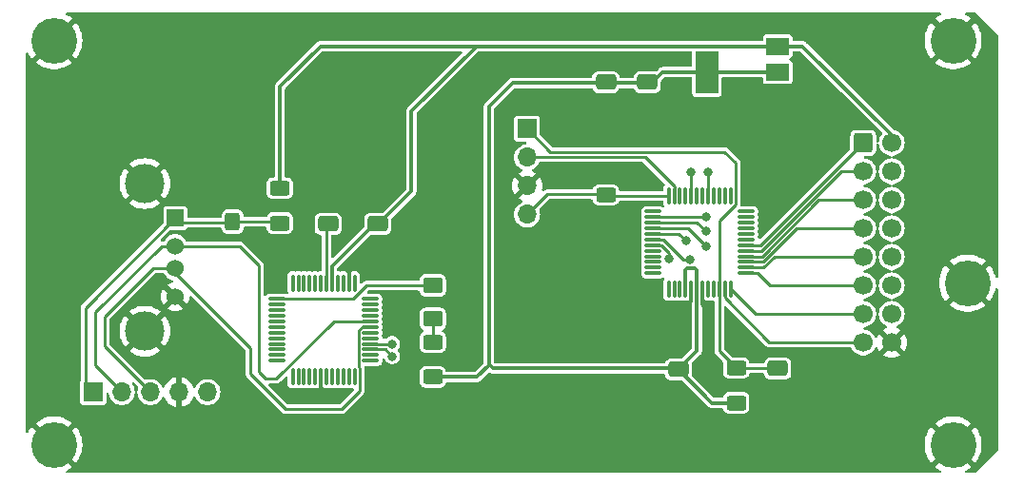
<source format=gtl>
G04 #@! TF.GenerationSoftware,KiCad,Pcbnew,7.0.10-7.0.10~ubuntu20.04.1*
G04 #@! TF.CreationDate,2024-01-07T18:49:02+01:00*
G04 #@! TF.ProjectId,msx-omega-usbkeybctrl,6d73782d-6f6d-4656-9761-2d7573626b65,A*
G04 #@! TF.SameCoordinates,Original*
G04 #@! TF.FileFunction,Copper,L1,Top*
G04 #@! TF.FilePolarity,Positive*
%FSLAX46Y46*%
G04 Gerber Fmt 4.6, Leading zero omitted, Abs format (unit mm)*
G04 Created by KiCad (PCBNEW 7.0.10-7.0.10~ubuntu20.04.1) date 2024-01-07 18:49:02*
%MOMM*%
%LPD*%
G01*
G04 APERTURE LIST*
G04 Aperture macros list*
%AMRoundRect*
0 Rectangle with rounded corners*
0 $1 Rounding radius*
0 $2 $3 $4 $5 $6 $7 $8 $9 X,Y pos of 4 corners*
0 Add a 4 corners polygon primitive as box body*
4,1,4,$2,$3,$4,$5,$6,$7,$8,$9,$2,$3,0*
0 Add four circle primitives for the rounded corners*
1,1,$1+$1,$2,$3*
1,1,$1+$1,$4,$5*
1,1,$1+$1,$6,$7*
1,1,$1+$1,$8,$9*
0 Add four rect primitives between the rounded corners*
20,1,$1+$1,$2,$3,$4,$5,0*
20,1,$1+$1,$4,$5,$6,$7,0*
20,1,$1+$1,$6,$7,$8,$9,0*
20,1,$1+$1,$8,$9,$2,$3,0*%
G04 Aperture macros list end*
G04 #@! TA.AperFunction,SMDPad,CuDef*
%ADD10RoundRect,0.250000X-0.625000X0.400000X-0.625000X-0.400000X0.625000X-0.400000X0.625000X0.400000X0*%
G04 #@! TD*
G04 #@! TA.AperFunction,SMDPad,CuDef*
%ADD11RoundRect,0.250000X0.650000X-0.412500X0.650000X0.412500X-0.650000X0.412500X-0.650000X-0.412500X0*%
G04 #@! TD*
G04 #@! TA.AperFunction,SMDPad,CuDef*
%ADD12R,2.000000X1.500000*%
G04 #@! TD*
G04 #@! TA.AperFunction,SMDPad,CuDef*
%ADD13R,2.000000X3.800000*%
G04 #@! TD*
G04 #@! TA.AperFunction,SMDPad,CuDef*
%ADD14RoundRect,0.075000X-0.662500X-0.075000X0.662500X-0.075000X0.662500X0.075000X-0.662500X0.075000X0*%
G04 #@! TD*
G04 #@! TA.AperFunction,SMDPad,CuDef*
%ADD15RoundRect,0.075000X-0.075000X-0.662500X0.075000X-0.662500X0.075000X0.662500X-0.075000X0.662500X0*%
G04 #@! TD*
G04 #@! TA.AperFunction,ComponentPad*
%ADD16C,4.064000*%
G04 #@! TD*
G04 #@! TA.AperFunction,ComponentPad*
%ADD17R,1.700000X1.700000*%
G04 #@! TD*
G04 #@! TA.AperFunction,ComponentPad*
%ADD18O,1.700000X1.700000*%
G04 #@! TD*
G04 #@! TA.AperFunction,ComponentPad*
%ADD19RoundRect,0.250000X-0.600000X-0.600000X0.600000X-0.600000X0.600000X0.600000X-0.600000X0.600000X0*%
G04 #@! TD*
G04 #@! TA.AperFunction,ComponentPad*
%ADD20C,1.700000*%
G04 #@! TD*
G04 #@! TA.AperFunction,ComponentPad*
%ADD21R,1.524000X1.524000*%
G04 #@! TD*
G04 #@! TA.AperFunction,ComponentPad*
%ADD22C,1.524000*%
G04 #@! TD*
G04 #@! TA.AperFunction,ComponentPad*
%ADD23C,3.500000*%
G04 #@! TD*
G04 #@! TA.AperFunction,SMDPad,CuDef*
%ADD24RoundRect,0.250000X0.425000X-0.537500X0.425000X0.537500X-0.425000X0.537500X-0.425000X-0.537500X0*%
G04 #@! TD*
G04 #@! TA.AperFunction,SMDPad,CuDef*
%ADD25RoundRect,0.250000X0.625000X-0.400000X0.625000X0.400000X-0.625000X0.400000X-0.625000X-0.400000X0*%
G04 #@! TD*
G04 #@! TA.AperFunction,SMDPad,CuDef*
%ADD26RoundRect,0.250000X-0.650000X0.412500X-0.650000X-0.412500X0.650000X-0.412500X0.650000X0.412500X0*%
G04 #@! TD*
G04 #@! TA.AperFunction,SMDPad,CuDef*
%ADD27RoundRect,0.075000X0.075000X-0.662500X0.075000X0.662500X-0.075000X0.662500X-0.075000X-0.662500X0*%
G04 #@! TD*
G04 #@! TA.AperFunction,SMDPad,CuDef*
%ADD28RoundRect,0.075000X0.662500X-0.075000X0.662500X0.075000X-0.662500X0.075000X-0.662500X-0.075000X0*%
G04 #@! TD*
G04 #@! TA.AperFunction,SMDPad,CuDef*
%ADD29RoundRect,0.250001X-0.624999X0.462499X-0.624999X-0.462499X0.624999X-0.462499X0.624999X0.462499X0*%
G04 #@! TD*
G04 #@! TA.AperFunction,ViaPad*
%ADD30C,0.800000*%
G04 #@! TD*
G04 #@! TA.AperFunction,Conductor*
%ADD31C,0.250000*%
G04 #@! TD*
G04 #@! TA.AperFunction,Conductor*
%ADD32C,0.300000*%
G04 #@! TD*
G04 APERTURE END LIST*
D10*
X86500000Y-87050000D03*
X86500000Y-90150000D03*
D11*
X77200000Y-76525000D03*
X77200000Y-73400000D03*
D12*
X117200000Y-65300000D03*
X117200000Y-63000000D03*
D13*
X110900000Y-63000000D03*
D12*
X117200000Y-60700000D03*
D14*
X72637500Y-83200000D03*
X72637500Y-83700000D03*
X72637500Y-84200000D03*
X72637500Y-84700000D03*
X72637500Y-85200000D03*
X72637500Y-85700000D03*
X72637500Y-86200000D03*
X72637500Y-86700000D03*
X72637500Y-87200000D03*
X72637500Y-87700000D03*
X72637500Y-88200000D03*
X72637500Y-88700000D03*
D15*
X74050000Y-90112500D03*
X74550000Y-90112500D03*
X75050000Y-90112500D03*
X75550000Y-90112500D03*
X76050000Y-90112500D03*
X76550000Y-90112500D03*
X77050000Y-90112500D03*
X77550000Y-90112500D03*
X78050000Y-90112500D03*
X78550000Y-90112500D03*
X79050000Y-90112500D03*
X79550000Y-90112500D03*
D14*
X80962500Y-88700000D03*
X80962500Y-88200000D03*
X80962500Y-87700000D03*
X80962500Y-87200000D03*
X80962500Y-86700000D03*
X80962500Y-86200000D03*
X80962500Y-85700000D03*
X80962500Y-85200000D03*
X80962500Y-84700000D03*
X80962500Y-84200000D03*
X80962500Y-83700000D03*
X80962500Y-83200000D03*
D15*
X79550000Y-81787500D03*
X79050000Y-81787500D03*
X78550000Y-81787500D03*
X78050000Y-81787500D03*
X77550000Y-81787500D03*
X77050000Y-81787500D03*
X76550000Y-81787500D03*
X76050000Y-81787500D03*
X75550000Y-81787500D03*
X75050000Y-81787500D03*
X74550000Y-81787500D03*
X74050000Y-81787500D03*
D16*
X132800000Y-60200000D03*
D17*
X94900000Y-68060000D03*
D18*
X94900000Y-70600000D03*
X94900000Y-73140000D03*
X94900000Y-75680000D03*
D19*
X124800000Y-69300000D03*
D20*
X127340000Y-69300000D03*
X124800000Y-71840000D03*
X127340000Y-71840000D03*
X124800000Y-74380000D03*
X127340000Y-74380000D03*
X124800000Y-76920000D03*
X127340000Y-76920000D03*
X124800000Y-79460000D03*
X127340000Y-79460000D03*
X124800000Y-82000000D03*
X127340000Y-82000000D03*
X124800000Y-84540000D03*
X127340000Y-84540000D03*
X124800000Y-87080000D03*
X127340000Y-87080000D03*
D21*
X63600000Y-76000000D03*
D22*
X63600000Y-78500000D03*
X63600000Y-80500000D03*
X63600000Y-83000000D03*
D23*
X60890000Y-72930000D03*
X60890000Y-86070000D03*
D24*
X68700000Y-76337500D03*
X68700000Y-73462500D03*
D16*
X52800000Y-96200000D03*
D11*
X117200000Y-92525000D03*
X117200000Y-89400000D03*
D25*
X101900000Y-77050000D03*
X101900000Y-73950000D03*
D10*
X72900000Y-73350000D03*
X72900000Y-76450000D03*
D16*
X52800000Y-60200000D03*
D17*
X56300000Y-91500000D03*
D18*
X58840000Y-91500000D03*
X61380000Y-91500000D03*
X63920000Y-91500000D03*
X66460000Y-91500000D03*
D26*
X101900000Y-63900000D03*
X101900000Y-67025000D03*
X108362500Y-89475000D03*
X108362500Y-92600000D03*
D10*
X113500000Y-89350000D03*
X113500000Y-92450000D03*
D11*
X81600000Y-76525000D03*
X81600000Y-73400000D03*
D16*
X132800000Y-96200000D03*
D26*
X105600000Y-63900000D03*
X105600000Y-67025000D03*
D16*
X134080000Y-81790000D03*
D27*
X107500000Y-82325000D03*
X108000000Y-82325000D03*
X108500000Y-82325000D03*
X109000000Y-82325000D03*
X109500000Y-82325000D03*
X110000000Y-82325000D03*
X110500000Y-82325000D03*
X111000000Y-82325000D03*
X111500000Y-82325000D03*
X112000000Y-82325000D03*
X112500000Y-82325000D03*
X113000000Y-82325000D03*
D28*
X114412500Y-80912500D03*
X114412500Y-80412500D03*
X114412500Y-79912500D03*
X114412500Y-79412500D03*
X114412500Y-78912500D03*
X114412500Y-78412500D03*
X114412500Y-77912500D03*
X114412500Y-77412500D03*
X114412500Y-76912500D03*
X114412500Y-76412500D03*
X114412500Y-75912500D03*
X114412500Y-75412500D03*
D27*
X113000000Y-74000000D03*
X112500000Y-74000000D03*
X112000000Y-74000000D03*
X111500000Y-74000000D03*
X111000000Y-74000000D03*
X110500000Y-74000000D03*
X110000000Y-74000000D03*
X109500000Y-74000000D03*
X109000000Y-74000000D03*
X108500000Y-74000000D03*
X108000000Y-74000000D03*
X107500000Y-74000000D03*
D28*
X106087500Y-75412500D03*
X106087500Y-75912500D03*
X106087500Y-76412500D03*
X106087500Y-76912500D03*
X106087500Y-77412500D03*
X106087500Y-77912500D03*
X106087500Y-78412500D03*
X106087500Y-78912500D03*
X106087500Y-79412500D03*
X106087500Y-79912500D03*
X106087500Y-80412500D03*
X106087500Y-80912500D03*
D29*
X86500000Y-82012500D03*
X86500000Y-84987500D03*
D30*
X76600000Y-91800000D03*
X110800000Y-75912500D03*
X110800000Y-77200000D03*
X110800000Y-78500000D03*
X109050000Y-78050000D03*
X109400000Y-79700000D03*
X107494327Y-79600000D03*
X82900000Y-88300000D03*
X111000000Y-71900000D03*
X82900000Y-87200000D03*
X109500000Y-71900000D03*
D31*
X77050000Y-81787500D02*
X77050000Y-76675000D01*
D32*
X79050000Y-80350000D02*
X79200000Y-80200000D01*
X109500000Y-83400000D02*
X108800000Y-84100000D01*
X110500000Y-83724598D02*
X110500000Y-82325000D01*
X110937701Y-84162299D02*
X110500000Y-83724598D01*
X76600000Y-91800000D02*
X76550000Y-91750000D01*
X76550000Y-91750000D02*
X76550000Y-90112500D01*
X79050000Y-81787500D02*
X79050000Y-80350000D01*
X109500000Y-82325000D02*
X109500000Y-83400000D01*
X90400000Y-60700000D02*
X96100000Y-60700000D01*
X84600000Y-73637500D02*
X84600000Y-66500000D01*
X81900000Y-76337500D02*
X84600000Y-73637500D01*
X77550000Y-81787500D02*
X77550000Y-80309380D01*
X96100000Y-60700000D02*
X117200000Y-60700000D01*
X119400000Y-60700000D02*
X117200000Y-60700000D01*
X72900000Y-64300000D02*
X72900000Y-73350000D01*
X77550000Y-80309380D02*
X81521880Y-76337500D01*
X127340000Y-68640000D02*
X119400000Y-60700000D01*
X76500000Y-60700000D02*
X72900000Y-64300000D01*
X84600000Y-66500000D02*
X90400000Y-60700000D01*
X96100000Y-60700000D02*
X76500000Y-60700000D01*
X113550000Y-92450000D02*
X111337500Y-92450000D01*
X108362500Y-89475000D02*
X110000000Y-87837500D01*
X106975000Y-63000000D02*
X106000000Y-63975000D01*
X109000000Y-82325000D02*
X109000000Y-80600000D01*
X93625000Y-63975000D02*
X106000000Y-63975000D01*
X107762500Y-89400000D02*
X91900000Y-89400000D01*
X91500000Y-88400000D02*
X91500000Y-66100000D01*
X110000000Y-80600000D02*
X110000000Y-82325000D01*
X110900000Y-63000000D02*
X106975000Y-63000000D01*
X111337500Y-92450000D02*
X108362500Y-89475000D01*
X109150000Y-80450000D02*
X109850000Y-80450000D01*
X109000000Y-80600000D02*
X109150000Y-80450000D01*
X86500000Y-90150000D02*
X90450000Y-90150000D01*
X90450000Y-90150000D02*
X91500000Y-89100000D01*
X91500000Y-89000000D02*
X91500000Y-88400000D01*
X91900000Y-89400000D02*
X91500000Y-89000000D01*
X110000000Y-87837500D02*
X110000000Y-82325000D01*
X117200000Y-63000000D02*
X110900000Y-63000000D01*
X109850000Y-80450000D02*
X110000000Y-80600000D01*
X91500000Y-66100000D02*
X93625000Y-63975000D01*
X91500000Y-89100000D02*
X91500000Y-88400000D01*
D31*
X113425000Y-74809554D02*
X113425000Y-71075000D01*
X113500000Y-89350000D02*
X117150000Y-89350000D01*
X96940000Y-70100000D02*
X94900000Y-68060000D01*
X112000000Y-82325000D02*
X112000000Y-76234554D01*
X113425000Y-71075000D02*
X112450000Y-70100000D01*
X112000000Y-87850000D02*
X112000000Y-82325000D01*
X112000000Y-76234554D02*
X113425000Y-74809554D01*
X112450000Y-70100000D02*
X96940000Y-70100000D01*
X113500000Y-89350000D02*
X112000000Y-87850000D01*
X108000000Y-74000000D02*
X108000000Y-73194736D01*
X108000000Y-73194736D02*
X105405264Y-70600000D01*
X105405264Y-70600000D02*
X94900000Y-70600000D01*
X96680000Y-73900000D02*
X94900000Y-75680000D01*
X107500000Y-74000000D02*
X102500000Y-74000000D01*
X102400000Y-73900000D02*
X96680000Y-73900000D01*
X79425000Y-83200000D02*
X72637500Y-83200000D01*
X86500000Y-82012500D02*
X80612500Y-82012500D01*
X80612500Y-82012500D02*
X79425000Y-83200000D01*
X86500000Y-84987500D02*
X86500000Y-87050000D01*
X115687500Y-78412500D02*
X114412500Y-78412500D01*
X124800000Y-69300000D02*
X115687500Y-78412500D01*
X122825686Y-71840000D02*
X115753186Y-78912500D01*
X115753186Y-78912500D02*
X114412500Y-78912500D01*
X124800000Y-71840000D02*
X122825686Y-71840000D01*
X110800000Y-75912500D02*
X106087500Y-75912500D01*
X115818872Y-79412500D02*
X114412500Y-79412500D01*
X124800000Y-74380000D02*
X120851372Y-74380000D01*
X120851372Y-74380000D02*
X115818872Y-79412500D01*
X110012500Y-76412500D02*
X106087500Y-76412500D01*
X110800000Y-77200000D02*
X110012500Y-76412500D01*
X124800000Y-76920000D02*
X118877058Y-76920000D01*
X115884558Y-79912500D02*
X114412500Y-79912500D01*
X118877058Y-76920000D02*
X115884558Y-79912500D01*
X109212500Y-76912500D02*
X106087500Y-76912500D01*
X110800000Y-78500000D02*
X109212500Y-76912500D01*
X115950244Y-80412500D02*
X114412500Y-80412500D01*
X124800000Y-79460000D02*
X116902744Y-79460000D01*
X116902744Y-79460000D02*
X115950244Y-80412500D01*
X109050000Y-78050000D02*
X108412500Y-77412500D01*
X108412500Y-77412500D02*
X106087500Y-77412500D01*
X116500000Y-82000000D02*
X115400000Y-80900000D01*
X115400000Y-80900000D02*
X114425000Y-80900000D01*
X124800000Y-82000000D02*
X116500000Y-82000000D01*
X108800000Y-79700000D02*
X107012500Y-77912500D01*
X107012500Y-77912500D02*
X106087500Y-77912500D01*
X109400000Y-79700000D02*
X108800000Y-79700000D01*
X115215000Y-84540000D02*
X113000000Y-82325000D01*
X124800000Y-84540000D02*
X115215000Y-84540000D01*
X107494327Y-79084773D02*
X106822054Y-78412500D01*
X107494327Y-79600000D02*
X107494327Y-79084773D01*
X106822054Y-78412500D02*
X106087500Y-78412500D01*
X112500000Y-83130264D02*
X112500000Y-82325000D01*
X116449736Y-87080000D02*
X112500000Y-83130264D01*
X124800000Y-87080000D02*
X116449736Y-87080000D01*
X62400000Y-78500000D02*
X56500000Y-84400000D01*
X69300000Y-78500000D02*
X63600000Y-78500000D01*
X56500000Y-89100000D02*
X58840000Y-91440000D01*
X71037500Y-80237500D02*
X69300000Y-78500000D01*
X72600000Y-90300000D02*
X71600000Y-90300000D01*
X80962500Y-85200000D02*
X77700000Y-85200000D01*
X63600000Y-78500000D02*
X62400000Y-78500000D01*
X71600000Y-90300000D02*
X71037500Y-89737500D01*
X71037500Y-89737500D02*
X71037500Y-80237500D01*
X56500000Y-84400000D02*
X56500000Y-89100000D01*
X77700000Y-85200000D02*
X72600000Y-90300000D01*
X80000000Y-91400000D02*
X78400000Y-93000000D01*
X73400000Y-93000000D02*
X70300000Y-89900000D01*
X61600000Y-80500000D02*
X57300000Y-84800000D01*
X57300000Y-84800000D02*
X57300000Y-87400000D01*
X78400000Y-93000000D02*
X73400000Y-93000000D01*
X63600000Y-80500000D02*
X61600000Y-80500000D01*
X70300000Y-87600000D02*
X63600000Y-80900000D01*
X57300000Y-87400000D02*
X61380000Y-91480000D01*
X79950000Y-85975001D02*
X79950000Y-89277946D01*
X80962500Y-85700000D02*
X80225001Y-85700000D01*
X80000000Y-89327946D02*
X80000000Y-91400000D01*
X80225001Y-85700000D02*
X79950000Y-85975001D01*
X70300000Y-89900000D02*
X70300000Y-87600000D01*
X79950000Y-89277946D02*
X80000000Y-89327946D01*
X111000000Y-74000000D02*
X111000000Y-71900000D01*
X82900000Y-88300000D02*
X82300000Y-87700000D01*
X82300000Y-87700000D02*
X80962500Y-87700000D01*
X80962500Y-87200000D02*
X82900000Y-87200000D01*
X109500000Y-74000000D02*
X109500000Y-71900000D01*
X55600000Y-84000000D02*
X55600000Y-90800000D01*
X68700000Y-76337500D02*
X72787500Y-76337500D01*
X63600000Y-76000000D02*
X55600000Y-84000000D01*
X64000000Y-76400000D02*
X68637500Y-76400000D01*
G04 #@! TA.AperFunction,Conductor*
G36*
X73518834Y-90085427D02*
G01*
X73574767Y-90127299D01*
X73599184Y-90192763D01*
X73599500Y-90201609D01*
X73599500Y-90810636D01*
X73610134Y-90883625D01*
X73610134Y-90883626D01*
X73610135Y-90883628D01*
X73665172Y-90996210D01*
X73753789Y-91084827D01*
X73830404Y-91122281D01*
X73866375Y-91139866D01*
X73939364Y-91150500D01*
X73939370Y-91150500D01*
X74160630Y-91150500D01*
X74160636Y-91150500D01*
X74233625Y-91139866D01*
X74245539Y-91134041D01*
X74314408Y-91122281D01*
X74354458Y-91134040D01*
X74366375Y-91139866D01*
X74439364Y-91150500D01*
X74439370Y-91150500D01*
X74660630Y-91150500D01*
X74660636Y-91150500D01*
X74733625Y-91139866D01*
X74745539Y-91134041D01*
X74814408Y-91122281D01*
X74854458Y-91134040D01*
X74866375Y-91139866D01*
X74939364Y-91150500D01*
X74939370Y-91150500D01*
X75160630Y-91150500D01*
X75160636Y-91150500D01*
X75233625Y-91139866D01*
X75245539Y-91134041D01*
X75314408Y-91122281D01*
X75354458Y-91134040D01*
X75366375Y-91139866D01*
X75439364Y-91150500D01*
X75439370Y-91150500D01*
X75660630Y-91150500D01*
X75660636Y-91150500D01*
X75733625Y-91139866D01*
X75745539Y-91134041D01*
X75814408Y-91122281D01*
X75854458Y-91134040D01*
X75866375Y-91139866D01*
X75939364Y-91150500D01*
X75939370Y-91150500D01*
X76160630Y-91150500D01*
X76160636Y-91150500D01*
X76233625Y-91139866D01*
X76291118Y-91111759D01*
X76346210Y-91084827D01*
X76434825Y-90996212D01*
X76434826Y-90996211D01*
X76438599Y-90988492D01*
X76485726Y-90936910D01*
X76553259Y-90918995D01*
X76619758Y-90940435D01*
X76661401Y-90988493D01*
X76665174Y-90996212D01*
X76753789Y-91084827D01*
X76830404Y-91122281D01*
X76866375Y-91139866D01*
X76939364Y-91150500D01*
X76939370Y-91150500D01*
X77160630Y-91150500D01*
X77160636Y-91150500D01*
X77233625Y-91139866D01*
X77245539Y-91134041D01*
X77314408Y-91122281D01*
X77354458Y-91134040D01*
X77366375Y-91139866D01*
X77439364Y-91150500D01*
X77439370Y-91150500D01*
X77660630Y-91150500D01*
X77660636Y-91150500D01*
X77733625Y-91139866D01*
X77745539Y-91134041D01*
X77814408Y-91122281D01*
X77854458Y-91134040D01*
X77866375Y-91139866D01*
X77939364Y-91150500D01*
X77939370Y-91150500D01*
X78160630Y-91150500D01*
X78160636Y-91150500D01*
X78233625Y-91139866D01*
X78245539Y-91134041D01*
X78314408Y-91122281D01*
X78354458Y-91134040D01*
X78366375Y-91139866D01*
X78439364Y-91150500D01*
X78439370Y-91150500D01*
X78660630Y-91150500D01*
X78660636Y-91150500D01*
X78733625Y-91139866D01*
X78745539Y-91134041D01*
X78814408Y-91122281D01*
X78854458Y-91134040D01*
X78866375Y-91139866D01*
X78939364Y-91150500D01*
X78939370Y-91150500D01*
X79160630Y-91150500D01*
X79160636Y-91150500D01*
X79233625Y-91139866D01*
X79245539Y-91134041D01*
X79314408Y-91122281D01*
X79354458Y-91134040D01*
X79366375Y-91139866D01*
X79376691Y-91141368D01*
X79440191Y-91170510D01*
X79477857Y-91229357D01*
X79477729Y-91299227D01*
X79446497Y-91351754D01*
X78260071Y-92538181D01*
X78198748Y-92571666D01*
X78172390Y-92574500D01*
X73627609Y-92574500D01*
X73560570Y-92554815D01*
X73539928Y-92538181D01*
X71938929Y-90937181D01*
X71905444Y-90875858D01*
X71910428Y-90806166D01*
X71952300Y-90750233D01*
X72017764Y-90725816D01*
X72026610Y-90725500D01*
X72667392Y-90725500D01*
X72667393Y-90725500D01*
X72690360Y-90718036D01*
X72709276Y-90713495D01*
X72733126Y-90709719D01*
X72754636Y-90698757D01*
X72772614Y-90691310D01*
X72795581Y-90683849D01*
X72815118Y-90669653D01*
X72831706Y-90659488D01*
X72853220Y-90648528D01*
X72948528Y-90553220D01*
X72948528Y-90553219D01*
X73387819Y-90113928D01*
X73449142Y-90080443D01*
X73518834Y-90085427D01*
G37*
G04 #@! TD.AperFunction*
G04 #@! TA.AperFunction,Conductor*
G36*
X119229073Y-61170185D02*
G01*
X119249715Y-61186819D01*
X122859757Y-64796861D01*
X126452149Y-68389252D01*
X126485634Y-68450575D01*
X126480650Y-68520267D01*
X126463422Y-68551660D01*
X126357632Y-68691746D01*
X126262596Y-68882605D01*
X126262596Y-68882607D01*
X126204244Y-69087689D01*
X126197971Y-69155387D01*
X126172185Y-69220324D01*
X126115384Y-69261012D01*
X126045604Y-69264532D01*
X125984997Y-69229767D01*
X125952807Y-69167754D01*
X125950500Y-69143946D01*
X125950500Y-68656903D01*
X125950500Y-68656898D01*
X125939877Y-68568436D01*
X125884361Y-68427658D01*
X125884360Y-68427657D01*
X125884360Y-68427656D01*
X125792922Y-68307077D01*
X125672343Y-68215639D01*
X125531561Y-68160122D01*
X125485926Y-68154642D01*
X125443102Y-68149500D01*
X124156898Y-68149500D01*
X124117853Y-68154188D01*
X124068438Y-68160122D01*
X123927656Y-68215639D01*
X123807077Y-68307077D01*
X123715639Y-68427656D01*
X123660122Y-68568438D01*
X123658284Y-68583747D01*
X123649500Y-68656898D01*
X123649500Y-68656903D01*
X123649500Y-69797390D01*
X123629815Y-69864429D01*
X123613181Y-69885071D01*
X115656523Y-77841728D01*
X115595200Y-77875213D01*
X115525508Y-77870229D01*
X115469575Y-77828357D01*
X115446138Y-77771925D01*
X115439866Y-77728875D01*
X115434041Y-77716960D01*
X115422281Y-77648092D01*
X115434040Y-77608041D01*
X115439866Y-77596125D01*
X115450500Y-77523136D01*
X115450500Y-77301864D01*
X115439866Y-77228875D01*
X115434041Y-77216960D01*
X115422281Y-77148092D01*
X115434040Y-77108041D01*
X115439866Y-77096125D01*
X115450500Y-77023136D01*
X115450500Y-76801864D01*
X115439866Y-76728875D01*
X115434041Y-76716960D01*
X115422281Y-76648092D01*
X115434040Y-76608041D01*
X115439866Y-76596125D01*
X115450500Y-76523136D01*
X115450500Y-76301864D01*
X115439866Y-76228875D01*
X115434041Y-76216960D01*
X115422281Y-76148092D01*
X115434040Y-76108041D01*
X115439866Y-76096125D01*
X115450500Y-76023136D01*
X115450500Y-75801864D01*
X115439866Y-75728875D01*
X115434041Y-75716960D01*
X115422281Y-75648092D01*
X115434040Y-75608041D01*
X115439866Y-75596125D01*
X115450500Y-75523136D01*
X115450500Y-75301864D01*
X115439866Y-75228875D01*
X115422398Y-75193143D01*
X115384827Y-75116289D01*
X115296210Y-75027672D01*
X115183628Y-74972635D01*
X115183626Y-74972634D01*
X115183625Y-74972634D01*
X115110636Y-74962000D01*
X115110630Y-74962000D01*
X113974500Y-74962000D01*
X113907461Y-74942315D01*
X113861706Y-74889511D01*
X113850500Y-74838000D01*
X113850500Y-71007608D01*
X113850499Y-71007604D01*
X113843039Y-70984645D01*
X113838495Y-70965721D01*
X113834719Y-70941874D01*
X113823753Y-70920354D01*
X113816308Y-70902378D01*
X113808849Y-70879420D01*
X113808849Y-70879419D01*
X113794649Y-70859875D01*
X113784493Y-70843300D01*
X113773528Y-70821780D01*
X113678220Y-70726472D01*
X112727194Y-69775446D01*
X112703220Y-69751472D01*
X112703218Y-69751470D01*
X112681703Y-69740508D01*
X112665110Y-69730340D01*
X112645580Y-69716150D01*
X112622615Y-69708688D01*
X112604641Y-69701243D01*
X112583127Y-69690281D01*
X112578010Y-69689470D01*
X112559273Y-69686503D01*
X112540358Y-69681962D01*
X112517394Y-69674500D01*
X112517393Y-69674500D01*
X112483488Y-69674500D01*
X97167610Y-69674500D01*
X97100571Y-69654815D01*
X97079929Y-69638181D01*
X96086818Y-68645070D01*
X96053333Y-68583747D01*
X96050499Y-68557389D01*
X96050499Y-67165143D01*
X96050499Y-67165136D01*
X96050497Y-67165117D01*
X96047586Y-67140012D01*
X96047585Y-67140010D01*
X96047585Y-67140009D01*
X96002206Y-67037235D01*
X95922765Y-66957794D01*
X95922763Y-66957793D01*
X95819992Y-66912415D01*
X95794865Y-66909500D01*
X94005143Y-66909500D01*
X94005117Y-66909502D01*
X93980012Y-66912413D01*
X93980008Y-66912415D01*
X93877235Y-66957793D01*
X93797794Y-67037234D01*
X93752415Y-67140006D01*
X93752415Y-67140008D01*
X93749500Y-67165131D01*
X93749500Y-68954856D01*
X93749502Y-68954882D01*
X93752413Y-68979987D01*
X93752415Y-68979991D01*
X93797793Y-69082764D01*
X93797794Y-69082765D01*
X93877235Y-69162206D01*
X93980009Y-69207585D01*
X94005135Y-69210500D01*
X94733758Y-69210499D01*
X94800796Y-69230183D01*
X94846551Y-69282987D01*
X94856495Y-69352146D01*
X94827470Y-69415702D01*
X94768692Y-69453476D01*
X94756544Y-69456387D01*
X94583802Y-69488679D01*
X94583800Y-69488679D01*
X94583798Y-69488680D01*
X94384982Y-69565701D01*
X94384980Y-69565702D01*
X94203699Y-69677947D01*
X94046127Y-69821593D01*
X93917632Y-69991746D01*
X93822596Y-70182605D01*
X93822596Y-70182607D01*
X93764244Y-70387689D01*
X93744580Y-70599908D01*
X93744571Y-70600000D01*
X93764244Y-70812310D01*
X93783338Y-70879419D01*
X93822596Y-71017392D01*
X93822596Y-71017394D01*
X93917632Y-71208253D01*
X94021482Y-71345771D01*
X94046128Y-71378407D01*
X94203698Y-71522052D01*
X94384981Y-71634298D01*
X94413961Y-71645525D01*
X94469362Y-71688095D01*
X94492954Y-71753861D01*
X94477244Y-71821942D01*
X94427222Y-71870722D01*
X94421573Y-71873533D01*
X94222419Y-71966401D01*
X94138625Y-72025072D01*
X94767466Y-72653913D01*
X94757685Y-72655320D01*
X94626900Y-72715048D01*
X94518239Y-72809202D01*
X94440507Y-72930156D01*
X94416923Y-73010476D01*
X93785072Y-72378625D01*
X93726401Y-72462419D01*
X93626570Y-72676507D01*
X93626566Y-72676516D01*
X93565432Y-72904673D01*
X93565430Y-72904684D01*
X93544843Y-73139998D01*
X93544843Y-73140001D01*
X93565430Y-73375315D01*
X93565432Y-73375326D01*
X93626566Y-73603483D01*
X93626570Y-73603492D01*
X93726400Y-73817579D01*
X93726402Y-73817583D01*
X93785072Y-73901373D01*
X93785073Y-73901373D01*
X94416923Y-73269523D01*
X94440507Y-73349844D01*
X94518239Y-73470798D01*
X94626900Y-73564952D01*
X94757685Y-73624680D01*
X94767466Y-73626086D01*
X94138625Y-74254925D01*
X94222421Y-74313599D01*
X94421573Y-74406466D01*
X94474012Y-74452638D01*
X94493164Y-74519832D01*
X94472948Y-74586713D01*
X94419783Y-74632048D01*
X94413968Y-74634472D01*
X94406771Y-74637260D01*
X94384982Y-74645701D01*
X94384980Y-74645702D01*
X94203699Y-74757947D01*
X94046127Y-74901593D01*
X93917632Y-75071746D01*
X93822596Y-75262605D01*
X93822596Y-75262607D01*
X93764244Y-75467689D01*
X93744580Y-75679908D01*
X93744571Y-75680000D01*
X93764244Y-75892310D01*
X93822235Y-76096125D01*
X93822596Y-76097392D01*
X93822596Y-76097394D01*
X93917632Y-76288253D01*
X94021482Y-76425771D01*
X94046128Y-76458407D01*
X94203698Y-76602052D01*
X94384981Y-76714298D01*
X94583802Y-76791321D01*
X94793390Y-76830500D01*
X94793392Y-76830500D01*
X95006608Y-76830500D01*
X95006610Y-76830500D01*
X95216198Y-76791321D01*
X95415019Y-76714298D01*
X95596302Y-76602052D01*
X95753872Y-76458407D01*
X95882366Y-76288255D01*
X95906180Y-76240430D01*
X95977403Y-76097394D01*
X95977403Y-76097393D01*
X95977405Y-76097389D01*
X96035756Y-75892310D01*
X96055429Y-75680000D01*
X96055420Y-75679908D01*
X96048761Y-75608042D01*
X96035756Y-75467690D01*
X95984440Y-75287336D01*
X95985026Y-75217469D01*
X96016023Y-75165722D01*
X96819928Y-74361819D01*
X96881251Y-74328334D01*
X96907609Y-74325500D01*
X100606382Y-74325500D01*
X100673421Y-74345185D01*
X100719176Y-74397989D01*
X100729496Y-74434713D01*
X100732318Y-74458208D01*
X100735122Y-74481561D01*
X100790639Y-74622343D01*
X100882077Y-74742922D01*
X101002656Y-74834360D01*
X101002657Y-74834360D01*
X101002658Y-74834361D01*
X101143436Y-74889877D01*
X101231898Y-74900500D01*
X101231903Y-74900500D01*
X102568097Y-74900500D01*
X102568102Y-74900500D01*
X102656564Y-74889877D01*
X102797342Y-74834361D01*
X102917922Y-74742922D01*
X103009361Y-74622342D01*
X103030523Y-74568679D01*
X103056026Y-74504010D01*
X103098931Y-74448866D01*
X103164839Y-74425673D01*
X103171380Y-74425500D01*
X106925500Y-74425500D01*
X106992539Y-74445185D01*
X107038294Y-74497989D01*
X107049500Y-74549500D01*
X107049500Y-74698136D01*
X107060134Y-74771125D01*
X107060134Y-74771126D01*
X107060135Y-74771128D01*
X107094229Y-74840869D01*
X107105989Y-74909742D01*
X107078645Y-74974039D01*
X107020881Y-75013346D01*
X106951036Y-75015184D01*
X106928369Y-75006729D01*
X106858628Y-74972635D01*
X106858626Y-74972634D01*
X106858625Y-74972634D01*
X106785636Y-74962000D01*
X105389364Y-74962000D01*
X105316375Y-74972634D01*
X105316373Y-74972634D01*
X105316371Y-74972635D01*
X105203789Y-75027672D01*
X105115172Y-75116289D01*
X105060135Y-75228871D01*
X105060135Y-75228872D01*
X105060134Y-75228875D01*
X105049500Y-75301864D01*
X105049500Y-75523136D01*
X105056710Y-75572622D01*
X105060134Y-75596125D01*
X105065960Y-75608042D01*
X105077717Y-75676916D01*
X105065960Y-75716956D01*
X105060134Y-75728875D01*
X105049500Y-75801864D01*
X105049500Y-76023136D01*
X105060134Y-76096125D01*
X105062726Y-76101428D01*
X105065960Y-76108042D01*
X105077717Y-76176916D01*
X105065960Y-76216956D01*
X105060134Y-76228875D01*
X105049500Y-76301864D01*
X105049500Y-76523136D01*
X105060134Y-76596125D01*
X105063031Y-76602052D01*
X105065960Y-76608042D01*
X105077717Y-76676916D01*
X105065960Y-76716956D01*
X105060134Y-76728875D01*
X105049500Y-76801864D01*
X105049500Y-77023136D01*
X105060134Y-77096125D01*
X105065622Y-77107352D01*
X105065960Y-77108042D01*
X105077717Y-77176916D01*
X105065960Y-77216956D01*
X105060134Y-77228875D01*
X105049500Y-77301864D01*
X105049500Y-77523136D01*
X105059908Y-77594577D01*
X105060134Y-77596125D01*
X105065960Y-77608042D01*
X105077717Y-77676916D01*
X105065960Y-77716956D01*
X105060134Y-77728875D01*
X105049500Y-77801864D01*
X105049500Y-78023136D01*
X105059283Y-78090281D01*
X105060134Y-78096125D01*
X105065960Y-78108042D01*
X105077717Y-78176916D01*
X105065960Y-78216956D01*
X105060134Y-78228875D01*
X105049500Y-78301864D01*
X105049500Y-78523136D01*
X105060134Y-78596125D01*
X105065960Y-78608042D01*
X105077717Y-78676916D01*
X105065960Y-78716956D01*
X105060134Y-78728875D01*
X105049500Y-78801864D01*
X105049500Y-79023136D01*
X105057892Y-79080734D01*
X105060134Y-79096125D01*
X105065960Y-79108042D01*
X105077717Y-79176916D01*
X105065960Y-79216956D01*
X105060134Y-79228875D01*
X105049500Y-79301864D01*
X105049500Y-79523136D01*
X105054929Y-79560397D01*
X105060134Y-79596125D01*
X105065960Y-79608042D01*
X105077717Y-79676916D01*
X105065960Y-79716956D01*
X105060134Y-79728875D01*
X105049500Y-79801864D01*
X105049500Y-80023136D01*
X105058346Y-80083850D01*
X105060134Y-80096125D01*
X105065960Y-80108042D01*
X105077717Y-80176916D01*
X105065960Y-80216958D01*
X105060134Y-80228874D01*
X105058745Y-80238406D01*
X105049500Y-80301864D01*
X105049500Y-80523136D01*
X105058217Y-80582965D01*
X105060134Y-80596125D01*
X105065960Y-80608042D01*
X105077717Y-80676916D01*
X105065960Y-80716956D01*
X105060134Y-80728875D01*
X105049500Y-80801864D01*
X105049500Y-81023136D01*
X105060134Y-81096125D01*
X105060134Y-81096126D01*
X105060135Y-81096128D01*
X105115172Y-81208710D01*
X105203789Y-81297327D01*
X105291456Y-81340184D01*
X105316375Y-81352366D01*
X105389364Y-81363000D01*
X105389370Y-81363000D01*
X106785630Y-81363000D01*
X106785636Y-81363000D01*
X106858625Y-81352366D01*
X106928370Y-81318269D01*
X106997240Y-81306510D01*
X107061538Y-81333853D01*
X107100846Y-81391617D01*
X107102684Y-81461462D01*
X107094230Y-81484130D01*
X107060134Y-81553873D01*
X107058128Y-81567641D01*
X107049500Y-81626864D01*
X107049500Y-83023136D01*
X107060134Y-83096125D01*
X107060134Y-83096126D01*
X107060135Y-83096128D01*
X107115172Y-83208710D01*
X107203789Y-83297327D01*
X107280404Y-83334781D01*
X107316375Y-83352366D01*
X107389364Y-83363000D01*
X107389370Y-83363000D01*
X107610630Y-83363000D01*
X107610636Y-83363000D01*
X107683625Y-83352366D01*
X107695539Y-83346541D01*
X107764408Y-83334781D01*
X107804458Y-83346540D01*
X107816375Y-83352366D01*
X107889364Y-83363000D01*
X107889370Y-83363000D01*
X108110630Y-83363000D01*
X108110636Y-83363000D01*
X108183625Y-83352366D01*
X108195539Y-83346541D01*
X108264408Y-83334781D01*
X108304458Y-83346540D01*
X108316375Y-83352366D01*
X108389364Y-83363000D01*
X108389370Y-83363000D01*
X108610630Y-83363000D01*
X108610636Y-83363000D01*
X108683625Y-83352366D01*
X108695539Y-83346541D01*
X108764408Y-83334781D01*
X108804458Y-83346540D01*
X108816375Y-83352366D01*
X108889364Y-83363000D01*
X108889370Y-83363000D01*
X109110630Y-83363000D01*
X109110636Y-83363000D01*
X109183625Y-83352366D01*
X109241118Y-83324259D01*
X109296210Y-83297327D01*
X109296212Y-83297325D01*
X109337819Y-83255719D01*
X109399142Y-83222234D01*
X109468834Y-83227218D01*
X109524767Y-83269090D01*
X109549184Y-83334554D01*
X109549500Y-83343400D01*
X109549500Y-87599535D01*
X109529815Y-87666574D01*
X109513181Y-87687216D01*
X108724716Y-88475681D01*
X108663393Y-88509166D01*
X108637035Y-88512000D01*
X107669398Y-88512000D01*
X107632966Y-88516375D01*
X107580938Y-88522622D01*
X107440156Y-88578139D01*
X107319577Y-88669577D01*
X107228138Y-88790158D01*
X107228137Y-88790160D01*
X107196262Y-88870990D01*
X107153357Y-88926134D01*
X107087449Y-88949327D01*
X107080908Y-88949500D01*
X92137965Y-88949500D01*
X92070926Y-88929815D01*
X92050284Y-88913181D01*
X91986819Y-88849716D01*
X91953334Y-88788393D01*
X91950500Y-88762035D01*
X91950500Y-66337965D01*
X91970185Y-66270926D01*
X91986819Y-66250284D01*
X93775284Y-64461819D01*
X93836607Y-64428334D01*
X93862965Y-64425500D01*
X100618408Y-64425500D01*
X100685447Y-64445185D01*
X100731202Y-64497989D01*
X100733762Y-64504010D01*
X100765637Y-64584839D01*
X100765638Y-64584841D01*
X100857077Y-64705422D01*
X100977656Y-64796860D01*
X100977657Y-64796860D01*
X100977658Y-64796861D01*
X101118436Y-64852377D01*
X101206898Y-64863000D01*
X101206903Y-64863000D01*
X102593097Y-64863000D01*
X102593102Y-64863000D01*
X102681564Y-64852377D01*
X102822342Y-64796861D01*
X102942922Y-64705422D01*
X103034361Y-64584842D01*
X103052847Y-64537965D01*
X103066238Y-64504010D01*
X103109143Y-64448866D01*
X103175051Y-64425673D01*
X103181592Y-64425500D01*
X104318408Y-64425500D01*
X104385447Y-64445185D01*
X104431202Y-64497989D01*
X104433762Y-64504010D01*
X104465637Y-64584839D01*
X104465638Y-64584841D01*
X104557077Y-64705422D01*
X104677656Y-64796860D01*
X104677657Y-64796860D01*
X104677658Y-64796861D01*
X104818436Y-64852377D01*
X104906898Y-64863000D01*
X104906903Y-64863000D01*
X106293097Y-64863000D01*
X106293102Y-64863000D01*
X106381564Y-64852377D01*
X106522342Y-64796861D01*
X106642922Y-64705422D01*
X106734361Y-64584842D01*
X106789877Y-64444064D01*
X106800500Y-64355602D01*
X106800500Y-63862965D01*
X106820185Y-63795926D01*
X106836819Y-63775284D01*
X107125284Y-63486819D01*
X107186607Y-63453334D01*
X107212965Y-63450500D01*
X109475501Y-63450500D01*
X109542540Y-63470185D01*
X109588295Y-63522989D01*
X109599501Y-63574500D01*
X109599501Y-64944856D01*
X109599502Y-64944882D01*
X109602413Y-64969987D01*
X109602415Y-64969991D01*
X109647793Y-65072764D01*
X109647794Y-65072765D01*
X109727235Y-65152206D01*
X109830009Y-65197585D01*
X109855135Y-65200500D01*
X111944864Y-65200499D01*
X111944879Y-65200497D01*
X111944882Y-65200497D01*
X111969987Y-65197586D01*
X111969988Y-65197585D01*
X111969991Y-65197585D01*
X112072765Y-65152206D01*
X112152206Y-65072765D01*
X112197585Y-64969991D01*
X112200500Y-64944865D01*
X112200500Y-63574500D01*
X112220185Y-63507461D01*
X112272989Y-63461706D01*
X112324500Y-63450500D01*
X115775501Y-63450500D01*
X115842540Y-63470185D01*
X115888295Y-63522989D01*
X115899501Y-63574500D01*
X115899501Y-63794856D01*
X115899502Y-63794882D01*
X115902413Y-63819987D01*
X115902415Y-63819991D01*
X115947793Y-63922764D01*
X115947794Y-63922765D01*
X116027235Y-64002206D01*
X116130009Y-64047585D01*
X116155135Y-64050500D01*
X118244864Y-64050499D01*
X118244879Y-64050497D01*
X118244882Y-64050497D01*
X118269987Y-64047586D01*
X118269988Y-64047585D01*
X118269991Y-64047585D01*
X118372765Y-64002206D01*
X118452206Y-63922765D01*
X118497585Y-63819991D01*
X118500500Y-63794865D01*
X118500499Y-62205136D01*
X118500497Y-62205117D01*
X118497586Y-62180012D01*
X118497585Y-62180010D01*
X118497585Y-62180009D01*
X118452206Y-62077235D01*
X118372765Y-61997794D01*
X118294946Y-61963433D01*
X118241570Y-61918347D01*
X118221043Y-61851560D01*
X118239882Y-61784278D01*
X118292105Y-61737862D01*
X118294851Y-61736607D01*
X118372765Y-61702206D01*
X118452206Y-61622765D01*
X118497585Y-61519991D01*
X118500500Y-61494865D01*
X118500500Y-61274500D01*
X118520185Y-61207461D01*
X118572989Y-61161706D01*
X118624500Y-61150500D01*
X119162034Y-61150500D01*
X119229073Y-61170185D01*
G37*
G04 #@! TD.AperFunction*
G04 #@! TA.AperFunction,Conductor*
G36*
X126155703Y-69362340D02*
G01*
X126193477Y-69421118D01*
X126197970Y-69444611D01*
X126204244Y-69512310D01*
X126262242Y-69716150D01*
X126262596Y-69717392D01*
X126262596Y-69717394D01*
X126357632Y-69908253D01*
X126450751Y-70031561D01*
X126486128Y-70078407D01*
X126643698Y-70222052D01*
X126824981Y-70334298D01*
X127023802Y-70411321D01*
X127220613Y-70448111D01*
X127282893Y-70479779D01*
X127318166Y-70540092D01*
X127315232Y-70609900D01*
X127275023Y-70667040D01*
X127220613Y-70691888D01*
X127023802Y-70728679D01*
X127023799Y-70728679D01*
X127023799Y-70728680D01*
X126824982Y-70805701D01*
X126824980Y-70805702D01*
X126643699Y-70917947D01*
X126486127Y-71061593D01*
X126357632Y-71231746D01*
X126262596Y-71422605D01*
X126262596Y-71422607D01*
X126204244Y-71627689D01*
X126193471Y-71743951D01*
X126167685Y-71808888D01*
X126123130Y-71840804D01*
X126159503Y-71861668D01*
X126191693Y-71923681D01*
X126193470Y-71936047D01*
X126204244Y-72052310D01*
X126255940Y-72234001D01*
X126262596Y-72257392D01*
X126262596Y-72257394D01*
X126357632Y-72448253D01*
X126382421Y-72481078D01*
X126486128Y-72618407D01*
X126643698Y-72762052D01*
X126824981Y-72874298D01*
X127023802Y-72951321D01*
X127220613Y-72988111D01*
X127282893Y-73019779D01*
X127318166Y-73080092D01*
X127315232Y-73149900D01*
X127275023Y-73207040D01*
X127220613Y-73231888D01*
X127023802Y-73268679D01*
X127023799Y-73268679D01*
X127023799Y-73268680D01*
X126824982Y-73345701D01*
X126824980Y-73345702D01*
X126643699Y-73457947D01*
X126486127Y-73601593D01*
X126357632Y-73771746D01*
X126262596Y-73962605D01*
X126262596Y-73962607D01*
X126204244Y-74167689D01*
X126193471Y-74283951D01*
X126167685Y-74348888D01*
X126123130Y-74380804D01*
X126159503Y-74401668D01*
X126191693Y-74463681D01*
X126193471Y-74476048D01*
X126204244Y-74592310D01*
X126262596Y-74797392D01*
X126262596Y-74797394D01*
X126357632Y-74988253D01*
X126454471Y-75116487D01*
X126486128Y-75158407D01*
X126643698Y-75302052D01*
X126824981Y-75414298D01*
X127023802Y-75491321D01*
X127220613Y-75528111D01*
X127282893Y-75559779D01*
X127318166Y-75620092D01*
X127315232Y-75689900D01*
X127275023Y-75747040D01*
X127220613Y-75771888D01*
X127023802Y-75808679D01*
X127023799Y-75808679D01*
X127023799Y-75808680D01*
X126824982Y-75885701D01*
X126824980Y-75885702D01*
X126643699Y-75997947D01*
X126486127Y-76141593D01*
X126357632Y-76311746D01*
X126262596Y-76502605D01*
X126262596Y-76502607D01*
X126204244Y-76707689D01*
X126193471Y-76823951D01*
X126167685Y-76888888D01*
X126123130Y-76920804D01*
X126159503Y-76941668D01*
X126191693Y-77003681D01*
X126193470Y-77016047D01*
X126204244Y-77132310D01*
X126261733Y-77334361D01*
X126262596Y-77337392D01*
X126262596Y-77337394D01*
X126357632Y-77528253D01*
X126486127Y-77698406D01*
X126486128Y-77698407D01*
X126643698Y-77842052D01*
X126824981Y-77954298D01*
X127023802Y-78031321D01*
X127220613Y-78068111D01*
X127282893Y-78099779D01*
X127318166Y-78160092D01*
X127315232Y-78229900D01*
X127275023Y-78287040D01*
X127220613Y-78311888D01*
X127023802Y-78348679D01*
X127023799Y-78348679D01*
X127023799Y-78348680D01*
X126824982Y-78425701D01*
X126824980Y-78425702D01*
X126643699Y-78537947D01*
X126486127Y-78681593D01*
X126357632Y-78851746D01*
X126262596Y-79042605D01*
X126262596Y-79042607D01*
X126204244Y-79247689D01*
X126193471Y-79363951D01*
X126167685Y-79428888D01*
X126123130Y-79460804D01*
X126159503Y-79481668D01*
X126191693Y-79543681D01*
X126193470Y-79556047D01*
X126204244Y-79672310D01*
X126258449Y-79862819D01*
X126262596Y-79877392D01*
X126262596Y-79877394D01*
X126357632Y-80068253D01*
X126485337Y-80237360D01*
X126486128Y-80238407D01*
X126643698Y-80382052D01*
X126824981Y-80494298D01*
X127023802Y-80571321D01*
X127220613Y-80608111D01*
X127282893Y-80639779D01*
X127318166Y-80700092D01*
X127315232Y-80769900D01*
X127275023Y-80827040D01*
X127220613Y-80851888D01*
X127023802Y-80888679D01*
X127023799Y-80888679D01*
X127023799Y-80888680D01*
X126824982Y-80965701D01*
X126824980Y-80965702D01*
X126643699Y-81077947D01*
X126486127Y-81221593D01*
X126357632Y-81391746D01*
X126262596Y-81582605D01*
X126262596Y-81582607D01*
X126204244Y-81787689D01*
X126193471Y-81903951D01*
X126167685Y-81968888D01*
X126123130Y-82000804D01*
X126159503Y-82021668D01*
X126191693Y-82083681D01*
X126193470Y-82096047D01*
X126204244Y-82212310D01*
X126260412Y-82409718D01*
X126262596Y-82417392D01*
X126262596Y-82417394D01*
X126357632Y-82608253D01*
X126486127Y-82778406D01*
X126486128Y-82778407D01*
X126643698Y-82922052D01*
X126824981Y-83034298D01*
X127023802Y-83111321D01*
X127220613Y-83148111D01*
X127282893Y-83179779D01*
X127318166Y-83240092D01*
X127315232Y-83309900D01*
X127275023Y-83367040D01*
X127220613Y-83391888D01*
X127023802Y-83428679D01*
X127023799Y-83428679D01*
X127023799Y-83428680D01*
X126824982Y-83505701D01*
X126824980Y-83505702D01*
X126643699Y-83617947D01*
X126486127Y-83761593D01*
X126357632Y-83931746D01*
X126262596Y-84122605D01*
X126262596Y-84122607D01*
X126204244Y-84327689D01*
X126193471Y-84443951D01*
X126167685Y-84508888D01*
X126123130Y-84540804D01*
X126159503Y-84561668D01*
X126191693Y-84623681D01*
X126193470Y-84636047D01*
X126204244Y-84752310D01*
X126259576Y-84946780D01*
X126262596Y-84957392D01*
X126262596Y-84957394D01*
X126357632Y-85148253D01*
X126486127Y-85318406D01*
X126486128Y-85318407D01*
X126643698Y-85462052D01*
X126824981Y-85574298D01*
X126853961Y-85585525D01*
X126909362Y-85628095D01*
X126932954Y-85693861D01*
X126917244Y-85761942D01*
X126867222Y-85810722D01*
X126861573Y-85813533D01*
X126662419Y-85906401D01*
X126578625Y-85965072D01*
X127207466Y-86593913D01*
X127197685Y-86595320D01*
X127066900Y-86655048D01*
X126958239Y-86749202D01*
X126880507Y-86870156D01*
X126856923Y-86950476D01*
X126225072Y-86318625D01*
X126166402Y-86402417D01*
X126072705Y-86603349D01*
X126026532Y-86655788D01*
X125959338Y-86674939D01*
X125892457Y-86654723D01*
X125849324Y-86606216D01*
X125782366Y-86471745D01*
X125730014Y-86402421D01*
X125653872Y-86301593D01*
X125496302Y-86157948D01*
X125315019Y-86045702D01*
X125315017Y-86045701D01*
X125215608Y-86007190D01*
X125116198Y-85968679D01*
X124919385Y-85931888D01*
X124857106Y-85900221D01*
X124821833Y-85839908D01*
X124824767Y-85770100D01*
X124864976Y-85712960D01*
X124919384Y-85688111D01*
X125116198Y-85651321D01*
X125315019Y-85574298D01*
X125496302Y-85462052D01*
X125653872Y-85318407D01*
X125782366Y-85148255D01*
X125798498Y-85115858D01*
X125877403Y-84957394D01*
X125877403Y-84957393D01*
X125877405Y-84957389D01*
X125935756Y-84752310D01*
X125946529Y-84636047D01*
X125972315Y-84571111D01*
X126016869Y-84539194D01*
X125980497Y-84518331D01*
X125948307Y-84456318D01*
X125946529Y-84443951D01*
X125942043Y-84395542D01*
X125935756Y-84327690D01*
X125877405Y-84122611D01*
X125877403Y-84122606D01*
X125877403Y-84122605D01*
X125782367Y-83931746D01*
X125653872Y-83761593D01*
X125584319Y-83698187D01*
X125496302Y-83617948D01*
X125315019Y-83505702D01*
X125315017Y-83505701D01*
X125215608Y-83467190D01*
X125116198Y-83428679D01*
X124919385Y-83391888D01*
X124857106Y-83360221D01*
X124821833Y-83299908D01*
X124824767Y-83230100D01*
X124864976Y-83172960D01*
X124919384Y-83148111D01*
X125116198Y-83111321D01*
X125315019Y-83034298D01*
X125496302Y-82922052D01*
X125653872Y-82778407D01*
X125782366Y-82608255D01*
X125788448Y-82596040D01*
X125877403Y-82417394D01*
X125877403Y-82417393D01*
X125877405Y-82417389D01*
X125935756Y-82212310D01*
X125946529Y-82096047D01*
X125972315Y-82031111D01*
X126016869Y-81999194D01*
X125980497Y-81978331D01*
X125948307Y-81916318D01*
X125946529Y-81903951D01*
X125945849Y-81896613D01*
X125935756Y-81787690D01*
X125877405Y-81582611D01*
X125877403Y-81582606D01*
X125877403Y-81582605D01*
X125782367Y-81391746D01*
X125653872Y-81221593D01*
X125589599Y-81163000D01*
X125496302Y-81077948D01*
X125315019Y-80965702D01*
X125315017Y-80965701D01*
X125175127Y-80911508D01*
X125116198Y-80888679D01*
X124919385Y-80851888D01*
X124857106Y-80820221D01*
X124821833Y-80759908D01*
X124824767Y-80690100D01*
X124864976Y-80632960D01*
X124919384Y-80608111D01*
X125116198Y-80571321D01*
X125315019Y-80494298D01*
X125496302Y-80382052D01*
X125653872Y-80238407D01*
X125782366Y-80068255D01*
X125786733Y-80059485D01*
X125877403Y-79877394D01*
X125877403Y-79877393D01*
X125877405Y-79877389D01*
X125935756Y-79672310D01*
X125946529Y-79556047D01*
X125972315Y-79491111D01*
X126016869Y-79459194D01*
X125980497Y-79438331D01*
X125948307Y-79376318D01*
X125946529Y-79363951D01*
X125940776Y-79301869D01*
X125935756Y-79247690D01*
X125877405Y-79042611D01*
X125877403Y-79042606D01*
X125877403Y-79042605D01*
X125782367Y-78851746D01*
X125653872Y-78681593D01*
X125639918Y-78668872D01*
X125496302Y-78537948D01*
X125315019Y-78425702D01*
X125315017Y-78425701D01*
X125157447Y-78364659D01*
X125116198Y-78348679D01*
X124919385Y-78311888D01*
X124857106Y-78280221D01*
X124821833Y-78219908D01*
X124824767Y-78150100D01*
X124864976Y-78092960D01*
X124919384Y-78068111D01*
X125116198Y-78031321D01*
X125315019Y-77954298D01*
X125496302Y-77842052D01*
X125653872Y-77698407D01*
X125782366Y-77528255D01*
X125800999Y-77490834D01*
X125877403Y-77337394D01*
X125877403Y-77337393D01*
X125877405Y-77337389D01*
X125935756Y-77132310D01*
X125946529Y-77016047D01*
X125972315Y-76951111D01*
X126016869Y-76919194D01*
X125980497Y-76898331D01*
X125948307Y-76836318D01*
X125946529Y-76823951D01*
X125941919Y-76774206D01*
X125935756Y-76707690D01*
X125877405Y-76502611D01*
X125877403Y-76502606D01*
X125877403Y-76502605D01*
X125782367Y-76311746D01*
X125653872Y-76141593D01*
X125636179Y-76125464D01*
X125496302Y-75997948D01*
X125315019Y-75885702D01*
X125315017Y-75885701D01*
X125180243Y-75833490D01*
X125116198Y-75808679D01*
X124919385Y-75771888D01*
X124857106Y-75740221D01*
X124821833Y-75679908D01*
X124824767Y-75610100D01*
X124864976Y-75552960D01*
X124919384Y-75528111D01*
X125116198Y-75491321D01*
X125315019Y-75414298D01*
X125496302Y-75302052D01*
X125653872Y-75158407D01*
X125782366Y-74988255D01*
X125795439Y-74962000D01*
X125877403Y-74797394D01*
X125877403Y-74797393D01*
X125877405Y-74797389D01*
X125935756Y-74592310D01*
X125946529Y-74476047D01*
X125972315Y-74411111D01*
X126016869Y-74379194D01*
X125980497Y-74358331D01*
X125948307Y-74296318D01*
X125946529Y-74283951D01*
X125943839Y-74254925D01*
X125935756Y-74167690D01*
X125877405Y-73962611D01*
X125877403Y-73962606D01*
X125877403Y-73962605D01*
X125782367Y-73771746D01*
X125653872Y-73601593D01*
X125627075Y-73577164D01*
X125496302Y-73457948D01*
X125315019Y-73345702D01*
X125315017Y-73345701D01*
X125201859Y-73301864D01*
X125116198Y-73268679D01*
X124919385Y-73231888D01*
X124857106Y-73200221D01*
X124821833Y-73139908D01*
X124824767Y-73070100D01*
X124864976Y-73012960D01*
X124919384Y-72988111D01*
X125116198Y-72951321D01*
X125315019Y-72874298D01*
X125496302Y-72762052D01*
X125653872Y-72618407D01*
X125782366Y-72448255D01*
X125833076Y-72346415D01*
X125877403Y-72257394D01*
X125877403Y-72257393D01*
X125877405Y-72257389D01*
X125935756Y-72052310D01*
X125946529Y-71936047D01*
X125972315Y-71871111D01*
X126016869Y-71839194D01*
X125980497Y-71818331D01*
X125948307Y-71756318D01*
X125946529Y-71743951D01*
X125940250Y-71676194D01*
X125935756Y-71627690D01*
X125877405Y-71422611D01*
X125877403Y-71422606D01*
X125877403Y-71422605D01*
X125782367Y-71231746D01*
X125653872Y-71061593D01*
X125605383Y-71017389D01*
X125496302Y-70917948D01*
X125315019Y-70805702D01*
X125315017Y-70805701D01*
X125176410Y-70752005D01*
X125116198Y-70728679D01*
X124943458Y-70696388D01*
X124881179Y-70664721D01*
X124845906Y-70604408D01*
X124848840Y-70534600D01*
X124889049Y-70477460D01*
X124953767Y-70451129D01*
X124966245Y-70450500D01*
X125443097Y-70450500D01*
X125443102Y-70450500D01*
X125531564Y-70439877D01*
X125672342Y-70384361D01*
X125792922Y-70292922D01*
X125884361Y-70172342D01*
X125939877Y-70031564D01*
X125950500Y-69943102D01*
X125950500Y-69456053D01*
X125970185Y-69389014D01*
X126022989Y-69343259D01*
X126092147Y-69333315D01*
X126155703Y-69362340D01*
G37*
G04 #@! TD.AperFunction*
G04 #@! TA.AperFunction,Conductor*
G36*
X105244693Y-71045185D02*
G01*
X105265335Y-71061819D01*
X107129808Y-72926292D01*
X107163293Y-72987615D01*
X107158309Y-73057307D01*
X107129808Y-73101654D01*
X107115174Y-73116287D01*
X107115172Y-73116289D01*
X107060135Y-73228871D01*
X107060134Y-73228873D01*
X107060134Y-73228875D01*
X107049500Y-73301864D01*
X107049500Y-73301869D01*
X107049500Y-73450500D01*
X107029815Y-73517539D01*
X106977011Y-73563294D01*
X106925500Y-73574500D01*
X103193618Y-73574500D01*
X103126579Y-73554815D01*
X103080824Y-73502011D01*
X103070503Y-73465286D01*
X103064877Y-73418436D01*
X103009361Y-73277658D01*
X103009360Y-73277657D01*
X103009360Y-73277656D01*
X102917922Y-73157077D01*
X102797343Y-73065639D01*
X102656561Y-73010122D01*
X102610926Y-73004642D01*
X102568102Y-72999500D01*
X101231898Y-72999500D01*
X101192853Y-73004188D01*
X101143438Y-73010122D01*
X101002656Y-73065639D01*
X100882077Y-73157077D01*
X100790638Y-73277658D01*
X100790637Y-73277660D01*
X100743974Y-73395990D01*
X100701069Y-73451134D01*
X100635161Y-73474327D01*
X100628620Y-73474500D01*
X96612604Y-73474500D01*
X96589639Y-73481962D01*
X96570722Y-73486503D01*
X96546873Y-73490280D01*
X96525358Y-73501243D01*
X96507385Y-73508688D01*
X96484418Y-73516150D01*
X96484416Y-73516151D01*
X96464883Y-73530343D01*
X96448301Y-73540505D01*
X96426781Y-73551470D01*
X96418887Y-73557207D01*
X96418101Y-73556126D01*
X96365637Y-73584769D01*
X96295946Y-73579780D01*
X96240015Y-73537904D01*
X96215603Y-73472438D01*
X96219514Y-73431506D01*
X96234566Y-73375330D01*
X96234569Y-73375315D01*
X96255157Y-73140001D01*
X96255157Y-73139998D01*
X96234569Y-72904684D01*
X96234567Y-72904673D01*
X96173433Y-72676516D01*
X96173429Y-72676507D01*
X96073600Y-72462423D01*
X96073599Y-72462421D01*
X96014925Y-72378626D01*
X96014925Y-72378625D01*
X95383076Y-73010475D01*
X95359493Y-72930156D01*
X95281761Y-72809202D01*
X95173100Y-72715048D01*
X95042315Y-72655320D01*
X95032533Y-72653913D01*
X95661373Y-72025073D01*
X95661373Y-72025072D01*
X95577583Y-71966402D01*
X95577579Y-71966400D01*
X95378426Y-71873533D01*
X95325987Y-71827360D01*
X95306835Y-71760167D01*
X95327051Y-71693286D01*
X95380216Y-71647951D01*
X95386005Y-71645537D01*
X95415019Y-71634298D01*
X95596302Y-71522052D01*
X95753872Y-71378407D01*
X95882366Y-71208255D01*
X95901214Y-71170403D01*
X95939144Y-71094229D01*
X95986646Y-71042992D01*
X96050144Y-71025500D01*
X105177654Y-71025500D01*
X105244693Y-71045185D01*
G37*
G04 #@! TD.AperFunction*
G04 #@! TA.AperFunction,Conductor*
G36*
X131674866Y-57720185D02*
G01*
X131720621Y-57772989D01*
X131730565Y-57842147D01*
X131701540Y-57905703D01*
X131667565Y-57933162D01*
X131440604Y-58057935D01*
X131440600Y-58057937D01*
X131192064Y-58238510D01*
X131192063Y-58238510D01*
X131911966Y-58958413D01*
X131881490Y-58977686D01*
X131697312Y-59140854D01*
X131557966Y-59311519D01*
X130841557Y-58595110D01*
X130747519Y-58708784D01*
X130747517Y-58708787D01*
X130576806Y-58977785D01*
X130576802Y-58977791D01*
X130441153Y-59266059D01*
X130441151Y-59266064D01*
X130342701Y-59569065D01*
X130282997Y-59882036D01*
X130262994Y-60199994D01*
X130262994Y-60200005D01*
X130282997Y-60517963D01*
X130342701Y-60830934D01*
X130441151Y-61133935D01*
X130441153Y-61133940D01*
X130576802Y-61422208D01*
X130576806Y-61422214D01*
X130747515Y-61691210D01*
X130841557Y-61804887D01*
X131560042Y-61086402D01*
X131615662Y-61166982D01*
X131786113Y-61344441D01*
X131913434Y-61440117D01*
X131192063Y-62161488D01*
X131440605Y-62342065D01*
X131440609Y-62342068D01*
X131719802Y-62495555D01*
X131719803Y-62495556D01*
X132016017Y-62612834D01*
X132324612Y-62692068D01*
X132324621Y-62692070D01*
X132640688Y-62731999D01*
X132640702Y-62732000D01*
X132959298Y-62732000D01*
X132959311Y-62731999D01*
X133275378Y-62692070D01*
X133275387Y-62692068D01*
X133583982Y-62612834D01*
X133880196Y-62495556D01*
X133880204Y-62495552D01*
X134159386Y-62342071D01*
X134407934Y-62161488D01*
X134407935Y-62161488D01*
X133688033Y-61441586D01*
X133718510Y-61422314D01*
X133902688Y-61259146D01*
X134042033Y-61088480D01*
X134758441Y-61804888D01*
X134852487Y-61691205D01*
X135023193Y-61422214D01*
X135023197Y-61422208D01*
X135158846Y-61133940D01*
X135158848Y-61133935D01*
X135257298Y-60830934D01*
X135317002Y-60517963D01*
X135337006Y-60200005D01*
X135337006Y-60199994D01*
X135317002Y-59882036D01*
X135257298Y-59569065D01*
X135158848Y-59266064D01*
X135158846Y-59266059D01*
X135023197Y-58977791D01*
X135023193Y-58977785D01*
X134852484Y-58708789D01*
X134758440Y-58595110D01*
X134039956Y-59313594D01*
X133984338Y-59233018D01*
X133813887Y-59055559D01*
X133686564Y-58959881D01*
X134407935Y-58238510D01*
X134159394Y-58057934D01*
X134159390Y-58057931D01*
X133932435Y-57933162D01*
X133883171Y-57883616D01*
X133868515Y-57815301D01*
X133893119Y-57749906D01*
X133949172Y-57708195D01*
X133992173Y-57700500D01*
X134749138Y-57700500D01*
X134816177Y-57720185D01*
X134836819Y-57736819D01*
X136763181Y-59663181D01*
X136796666Y-59724504D01*
X136799500Y-59750862D01*
X136799500Y-81221785D01*
X136779815Y-81288824D01*
X136727011Y-81334579D01*
X136657853Y-81344523D01*
X136594297Y-81315498D01*
X136556523Y-81256720D01*
X136553696Y-81245021D01*
X136537298Y-81159065D01*
X136438848Y-80856064D01*
X136438846Y-80856059D01*
X136303197Y-80567791D01*
X136303193Y-80567785D01*
X136132484Y-80298789D01*
X136038440Y-80185110D01*
X135319956Y-80903594D01*
X135264338Y-80823018D01*
X135093887Y-80645559D01*
X134966564Y-80549881D01*
X135687935Y-79828510D01*
X135439394Y-79647934D01*
X135439390Y-79647931D01*
X135160197Y-79494444D01*
X135160196Y-79494443D01*
X134863982Y-79377165D01*
X134555387Y-79297931D01*
X134555378Y-79297929D01*
X134239311Y-79258000D01*
X133920688Y-79258000D01*
X133604621Y-79297929D01*
X133604612Y-79297931D01*
X133296017Y-79377165D01*
X132999803Y-79494443D01*
X132999802Y-79494444D01*
X132720604Y-79647935D01*
X132720600Y-79647937D01*
X132472064Y-79828510D01*
X132472063Y-79828510D01*
X133191966Y-80548413D01*
X133161490Y-80567686D01*
X132977312Y-80730854D01*
X132837966Y-80901519D01*
X132121557Y-80185110D01*
X132027519Y-80298784D01*
X132027517Y-80298787D01*
X131856806Y-80567785D01*
X131856802Y-80567791D01*
X131721153Y-80856059D01*
X131721151Y-80856064D01*
X131622701Y-81159065D01*
X131562997Y-81472036D01*
X131542994Y-81789994D01*
X131542994Y-81790005D01*
X131562997Y-82107963D01*
X131622701Y-82420934D01*
X131721151Y-82723935D01*
X131721153Y-82723940D01*
X131856802Y-83012208D01*
X131856806Y-83012214D01*
X132027515Y-83281210D01*
X132121557Y-83394887D01*
X132840042Y-82676402D01*
X132895662Y-82756982D01*
X133066113Y-82934441D01*
X133193434Y-83030117D01*
X132472063Y-83751488D01*
X132720605Y-83932065D01*
X132720609Y-83932068D01*
X132999802Y-84085555D01*
X132999803Y-84085556D01*
X133296017Y-84202834D01*
X133604612Y-84282068D01*
X133604621Y-84282070D01*
X133920688Y-84321999D01*
X133920702Y-84322000D01*
X134239298Y-84322000D01*
X134239311Y-84321999D01*
X134555378Y-84282070D01*
X134555387Y-84282068D01*
X134863982Y-84202834D01*
X135160196Y-84085556D01*
X135160204Y-84085552D01*
X135439386Y-83932071D01*
X135687934Y-83751488D01*
X135687935Y-83751488D01*
X134968033Y-83031586D01*
X134998510Y-83012314D01*
X135182688Y-82849146D01*
X135322033Y-82678480D01*
X136038441Y-83394888D01*
X136132487Y-83281205D01*
X136303193Y-83012214D01*
X136303197Y-83012208D01*
X136438846Y-82723940D01*
X136438848Y-82723935D01*
X136537299Y-82420932D01*
X136553696Y-82334979D01*
X136585594Y-82272815D01*
X136646037Y-82237765D01*
X136715833Y-82240957D01*
X136772825Y-82281377D01*
X136798916Y-82346192D01*
X136799500Y-82358214D01*
X136799500Y-96649138D01*
X136779815Y-96716177D01*
X136763181Y-96736819D01*
X134836819Y-98663181D01*
X134775496Y-98696666D01*
X134749138Y-98699500D01*
X133992173Y-98699500D01*
X133925134Y-98679815D01*
X133879379Y-98627011D01*
X133869435Y-98557853D01*
X133898460Y-98494297D01*
X133932436Y-98466838D01*
X134159386Y-98342071D01*
X134407934Y-98161488D01*
X134407935Y-98161488D01*
X133688033Y-97441586D01*
X133718510Y-97422314D01*
X133902688Y-97259146D01*
X134042033Y-97088480D01*
X134758441Y-97804888D01*
X134852487Y-97691205D01*
X135023193Y-97422214D01*
X135023197Y-97422208D01*
X135158846Y-97133940D01*
X135158848Y-97133935D01*
X135257298Y-96830934D01*
X135317002Y-96517963D01*
X135337006Y-96200005D01*
X135337006Y-96199994D01*
X135317002Y-95882036D01*
X135257298Y-95569065D01*
X135158848Y-95266064D01*
X135158846Y-95266059D01*
X135023197Y-94977791D01*
X135023193Y-94977785D01*
X134852484Y-94708789D01*
X134758440Y-94595110D01*
X134039956Y-95313594D01*
X133984338Y-95233018D01*
X133813887Y-95055559D01*
X133686564Y-94959881D01*
X134407935Y-94238510D01*
X134159394Y-94057934D01*
X134159390Y-94057931D01*
X133880197Y-93904444D01*
X133880196Y-93904443D01*
X133583982Y-93787165D01*
X133275387Y-93707931D01*
X133275378Y-93707929D01*
X132959311Y-93668000D01*
X132640688Y-93668000D01*
X132324621Y-93707929D01*
X132324612Y-93707931D01*
X132016017Y-93787165D01*
X131719803Y-93904443D01*
X131719802Y-93904444D01*
X131440604Y-94057935D01*
X131440600Y-94057937D01*
X131192064Y-94238510D01*
X131192063Y-94238510D01*
X131911966Y-94958413D01*
X131881490Y-94977686D01*
X131697312Y-95140854D01*
X131557966Y-95311519D01*
X130841557Y-94595110D01*
X130747519Y-94708784D01*
X130747517Y-94708787D01*
X130576806Y-94977785D01*
X130576802Y-94977791D01*
X130441153Y-95266059D01*
X130441151Y-95266064D01*
X130342701Y-95569065D01*
X130282997Y-95882036D01*
X130262994Y-96199994D01*
X130262994Y-96200005D01*
X130282997Y-96517963D01*
X130342701Y-96830934D01*
X130441151Y-97133935D01*
X130441153Y-97133940D01*
X130576802Y-97422208D01*
X130576806Y-97422214D01*
X130747515Y-97691210D01*
X130841557Y-97804887D01*
X131560042Y-97086402D01*
X131615662Y-97166982D01*
X131786113Y-97344441D01*
X131913434Y-97440117D01*
X131192063Y-98161488D01*
X131440605Y-98342065D01*
X131440609Y-98342068D01*
X131667565Y-98466838D01*
X131716829Y-98516384D01*
X131731485Y-98584699D01*
X131706881Y-98650094D01*
X131650828Y-98691805D01*
X131607827Y-98699500D01*
X53992173Y-98699500D01*
X53925134Y-98679815D01*
X53879379Y-98627011D01*
X53869435Y-98557853D01*
X53898460Y-98494297D01*
X53932436Y-98466838D01*
X54159386Y-98342071D01*
X54407934Y-98161488D01*
X54407935Y-98161488D01*
X53688033Y-97441586D01*
X53718510Y-97422314D01*
X53902688Y-97259146D01*
X54042033Y-97088480D01*
X54758441Y-97804888D01*
X54852487Y-97691205D01*
X55023193Y-97422214D01*
X55023197Y-97422208D01*
X55158846Y-97133940D01*
X55158848Y-97133935D01*
X55257298Y-96830934D01*
X55317002Y-96517963D01*
X55337006Y-96200005D01*
X55337006Y-96199994D01*
X55317002Y-95882036D01*
X55257298Y-95569065D01*
X55158848Y-95266064D01*
X55158846Y-95266059D01*
X55023197Y-94977791D01*
X55023193Y-94977785D01*
X54852484Y-94708789D01*
X54758440Y-94595110D01*
X54039956Y-95313594D01*
X53984338Y-95233018D01*
X53813887Y-95055559D01*
X53686564Y-94959881D01*
X54407935Y-94238510D01*
X54159394Y-94057934D01*
X54159390Y-94057931D01*
X53880197Y-93904444D01*
X53880196Y-93904443D01*
X53583982Y-93787165D01*
X53275387Y-93707931D01*
X53275378Y-93707929D01*
X52959311Y-93668000D01*
X52640688Y-93668000D01*
X52324621Y-93707929D01*
X52324612Y-93707931D01*
X52016017Y-93787165D01*
X51719803Y-93904443D01*
X51719802Y-93904444D01*
X51440604Y-94057935D01*
X51440600Y-94057937D01*
X51192064Y-94238510D01*
X51192063Y-94238510D01*
X51911966Y-94958413D01*
X51881490Y-94977686D01*
X51697312Y-95140854D01*
X51557966Y-95311519D01*
X50841557Y-94595110D01*
X50747519Y-94708784D01*
X50747517Y-94708787D01*
X50576806Y-94977785D01*
X50576802Y-94977791D01*
X50536698Y-95063018D01*
X50490343Y-95115296D01*
X50423083Y-95134213D01*
X50356273Y-95113763D01*
X50311124Y-95060440D01*
X50300500Y-95010221D01*
X50300500Y-92394856D01*
X55149500Y-92394856D01*
X55149502Y-92394882D01*
X55152413Y-92419987D01*
X55152415Y-92419991D01*
X55197793Y-92522764D01*
X55197794Y-92522765D01*
X55277235Y-92602206D01*
X55380009Y-92647585D01*
X55405135Y-92650500D01*
X57194864Y-92650499D01*
X57194879Y-92650497D01*
X57194882Y-92650497D01*
X57219987Y-92647586D01*
X57219988Y-92647585D01*
X57219991Y-92647585D01*
X57322765Y-92602206D01*
X57402206Y-92522765D01*
X57447585Y-92419991D01*
X57450500Y-92394865D01*
X57450499Y-91656046D01*
X57470183Y-91589009D01*
X57522987Y-91543254D01*
X57592146Y-91533310D01*
X57655702Y-91562335D01*
X57693476Y-91621113D01*
X57697970Y-91644606D01*
X57704244Y-91712310D01*
X57762596Y-91917392D01*
X57762596Y-91917394D01*
X57857632Y-92108253D01*
X57986127Y-92278406D01*
X57986128Y-92278407D01*
X58143698Y-92422052D01*
X58324981Y-92534298D01*
X58523802Y-92611321D01*
X58733390Y-92650500D01*
X58733392Y-92650500D01*
X58946608Y-92650500D01*
X58946610Y-92650500D01*
X59156198Y-92611321D01*
X59355019Y-92534298D01*
X59536302Y-92422052D01*
X59693872Y-92278407D01*
X59822366Y-92108255D01*
X59872833Y-92006903D01*
X59917403Y-91917394D01*
X59917403Y-91917393D01*
X59917405Y-91917389D01*
X59975756Y-91712310D01*
X59986529Y-91596047D01*
X60012315Y-91531111D01*
X60056869Y-91499194D01*
X60020497Y-91478331D01*
X59988307Y-91416318D01*
X59986529Y-91403951D01*
X59985849Y-91396613D01*
X59975756Y-91287690D01*
X59917405Y-91082611D01*
X59917403Y-91082606D01*
X59917403Y-91082605D01*
X59822367Y-90891746D01*
X59769954Y-90822341D01*
X59765030Y-90815821D01*
X59740339Y-90750461D01*
X59754904Y-90682126D01*
X59804101Y-90632514D01*
X59872311Y-90617375D01*
X59937877Y-90641516D01*
X59951666Y-90653414D01*
X60268404Y-90970152D01*
X60301889Y-91031475D01*
X60299989Y-91091767D01*
X60244244Y-91287687D01*
X60233471Y-91403951D01*
X60207685Y-91468888D01*
X60163130Y-91500804D01*
X60199503Y-91521668D01*
X60231693Y-91583681D01*
X60233471Y-91596048D01*
X60244244Y-91712310D01*
X60302596Y-91917392D01*
X60302596Y-91917394D01*
X60397632Y-92108253D01*
X60526127Y-92278406D01*
X60526128Y-92278407D01*
X60683698Y-92422052D01*
X60864981Y-92534298D01*
X61063802Y-92611321D01*
X61273390Y-92650500D01*
X61273392Y-92650500D01*
X61486608Y-92650500D01*
X61486610Y-92650500D01*
X61696198Y-92611321D01*
X61895019Y-92534298D01*
X62076302Y-92422052D01*
X62233872Y-92278407D01*
X62362366Y-92108255D01*
X62429325Y-91973781D01*
X62476825Y-91922548D01*
X62544488Y-91905126D01*
X62610828Y-91927051D01*
X62652705Y-91976651D01*
X62746399Y-92177578D01*
X62881894Y-92371082D01*
X63048917Y-92538105D01*
X63242421Y-92673600D01*
X63456507Y-92773429D01*
X63456516Y-92773433D01*
X63670000Y-92830634D01*
X63670000Y-91935501D01*
X63777685Y-91984680D01*
X63884237Y-92000000D01*
X63955763Y-92000000D01*
X64062315Y-91984680D01*
X64170000Y-91935501D01*
X64170000Y-92830633D01*
X64383483Y-92773433D01*
X64383492Y-92773429D01*
X64597578Y-92673600D01*
X64791082Y-92538105D01*
X64958105Y-92371082D01*
X65093600Y-92177578D01*
X65187294Y-91976651D01*
X65233466Y-91924212D01*
X65300660Y-91905060D01*
X65367541Y-91925276D01*
X65410676Y-91973785D01*
X65477632Y-92108253D01*
X65606127Y-92278406D01*
X65606128Y-92278407D01*
X65763698Y-92422052D01*
X65944981Y-92534298D01*
X66143802Y-92611321D01*
X66353390Y-92650500D01*
X66353392Y-92650500D01*
X66566608Y-92650500D01*
X66566610Y-92650500D01*
X66776198Y-92611321D01*
X66975019Y-92534298D01*
X67156302Y-92422052D01*
X67313872Y-92278407D01*
X67442366Y-92108255D01*
X67492833Y-92006903D01*
X67537403Y-91917394D01*
X67537403Y-91917393D01*
X67537405Y-91917389D01*
X67595756Y-91712310D01*
X67615429Y-91500000D01*
X67595756Y-91287690D01*
X67537405Y-91082611D01*
X67537403Y-91082606D01*
X67537403Y-91082605D01*
X67442367Y-90891746D01*
X67313872Y-90721593D01*
X67288824Y-90698759D01*
X67156302Y-90577948D01*
X66975019Y-90465702D01*
X66975017Y-90465701D01*
X66812117Y-90402594D01*
X66776198Y-90388679D01*
X66566610Y-90349500D01*
X66353390Y-90349500D01*
X66143802Y-90388679D01*
X66143799Y-90388679D01*
X66143799Y-90388680D01*
X65944982Y-90465701D01*
X65944980Y-90465702D01*
X65763699Y-90577947D01*
X65606127Y-90721593D01*
X65477634Y-90891744D01*
X65410676Y-91026215D01*
X65363173Y-91077452D01*
X65295510Y-91094873D01*
X65229170Y-91072947D01*
X65187294Y-91023348D01*
X65093600Y-90822422D01*
X65093599Y-90822420D01*
X64958113Y-90628926D01*
X64958108Y-90628920D01*
X64791082Y-90461894D01*
X64597578Y-90326399D01*
X64383492Y-90226570D01*
X64383486Y-90226567D01*
X64170000Y-90169364D01*
X64170000Y-91064498D01*
X64062315Y-91015320D01*
X63955763Y-91000000D01*
X63884237Y-91000000D01*
X63777685Y-91015320D01*
X63670000Y-91064498D01*
X63670000Y-90169364D01*
X63669999Y-90169364D01*
X63456513Y-90226567D01*
X63456507Y-90226570D01*
X63242422Y-90326399D01*
X63242420Y-90326400D01*
X63048926Y-90461886D01*
X63048920Y-90461891D01*
X62881891Y-90628920D01*
X62881886Y-90628926D01*
X62746400Y-90822420D01*
X62746399Y-90822422D01*
X62652705Y-91023348D01*
X62606532Y-91075787D01*
X62539339Y-91094939D01*
X62472457Y-91074723D01*
X62429323Y-91026215D01*
X62362366Y-90891745D01*
X62356236Y-90883628D01*
X62233872Y-90721593D01*
X62208824Y-90698759D01*
X62076302Y-90577948D01*
X61895019Y-90465702D01*
X61895017Y-90465701D01*
X61732117Y-90402594D01*
X61696198Y-90388679D01*
X61486610Y-90349500D01*
X61273390Y-90349500D01*
X61201172Y-90363000D01*
X61063800Y-90388679D01*
X61063798Y-90388680D01*
X61014176Y-90407903D01*
X60944553Y-90413763D01*
X60882813Y-90381052D01*
X60881704Y-90379956D01*
X57761819Y-87260071D01*
X57728334Y-87198748D01*
X57725500Y-87172390D01*
X57725500Y-86070000D01*
X58635172Y-86070000D01*
X58654462Y-86364312D01*
X58654464Y-86364324D01*
X58712001Y-86653584D01*
X58712005Y-86653599D01*
X58806812Y-86932888D01*
X58937258Y-87197406D01*
X58937265Y-87197419D01*
X59101123Y-87442649D01*
X59130405Y-87476040D01*
X59919438Y-86687007D01*
X59968348Y-86765999D01*
X60111931Y-86923501D01*
X60270388Y-87043163D01*
X59483958Y-87829593D01*
X59517350Y-87858876D01*
X59762580Y-88022734D01*
X59762593Y-88022741D01*
X60027111Y-88153187D01*
X60306400Y-88247994D01*
X60306415Y-88247998D01*
X60595675Y-88305535D01*
X60595687Y-88305537D01*
X60890000Y-88324827D01*
X61184312Y-88305537D01*
X61184324Y-88305535D01*
X61473584Y-88247998D01*
X61473599Y-88247994D01*
X61752888Y-88153187D01*
X62017406Y-88022741D01*
X62017419Y-88022734D01*
X62262648Y-87858877D01*
X62296039Y-87829593D01*
X61509611Y-87043163D01*
X61668069Y-86923501D01*
X61811652Y-86765999D01*
X61860561Y-86687007D01*
X62649593Y-87476039D01*
X62678877Y-87442648D01*
X62842734Y-87197419D01*
X62842741Y-87197406D01*
X62973187Y-86932888D01*
X63067994Y-86653599D01*
X63067998Y-86653584D01*
X63125535Y-86364324D01*
X63125537Y-86364312D01*
X63144827Y-86070000D01*
X63125537Y-85775687D01*
X63125535Y-85775675D01*
X63067998Y-85486415D01*
X63067994Y-85486400D01*
X62973187Y-85207111D01*
X62842741Y-84942593D01*
X62842734Y-84942580D01*
X62678876Y-84697350D01*
X62649593Y-84663958D01*
X61860560Y-85452991D01*
X61811652Y-85374001D01*
X61668069Y-85216499D01*
X61509610Y-85096835D01*
X62296040Y-84310405D01*
X62262649Y-84281123D01*
X62017419Y-84117265D01*
X62017406Y-84117258D01*
X61752888Y-83986812D01*
X61473599Y-83892005D01*
X61473584Y-83892001D01*
X61184324Y-83834464D01*
X61184312Y-83834462D01*
X60890000Y-83815172D01*
X60595687Y-83834462D01*
X60595675Y-83834464D01*
X60306415Y-83892001D01*
X60306400Y-83892005D01*
X60027111Y-83986812D01*
X59762593Y-84117258D01*
X59762580Y-84117265D01*
X59517346Y-84281126D01*
X59517339Y-84281131D01*
X59483959Y-84310403D01*
X59483959Y-84310405D01*
X60270389Y-85096835D01*
X60111931Y-85216499D01*
X59968348Y-85374001D01*
X59919438Y-85452992D01*
X59130405Y-84663959D01*
X59130403Y-84663959D01*
X59101131Y-84697339D01*
X59101126Y-84697346D01*
X58937265Y-84942580D01*
X58937258Y-84942593D01*
X58806812Y-85207111D01*
X58712005Y-85486400D01*
X58712001Y-85486415D01*
X58654464Y-85775675D01*
X58654462Y-85775687D01*
X58635172Y-86070000D01*
X57725500Y-86070000D01*
X57725500Y-85027610D01*
X57745185Y-84960571D01*
X57761819Y-84939929D01*
X61739929Y-80961819D01*
X61801252Y-80928334D01*
X61827610Y-80925500D01*
X62548355Y-80925500D01*
X62615394Y-80945185D01*
X62657713Y-80991047D01*
X62712285Y-81093144D01*
X62712289Y-81093151D01*
X62845063Y-81254936D01*
X62978710Y-81364617D01*
X63006850Y-81387711D01*
X63191431Y-81486372D01*
X63330055Y-81528423D01*
X63388493Y-81566720D01*
X63416949Y-81630532D01*
X63406389Y-81699599D01*
X63360165Y-81751992D01*
X63326153Y-81766858D01*
X63166727Y-81809576D01*
X63166720Y-81809579D01*
X62966590Y-81902901D01*
X62901811Y-81948258D01*
X63502980Y-82549427D01*
X63462881Y-82555471D01*
X63337946Y-82615637D01*
X63236295Y-82709955D01*
X63166961Y-82830045D01*
X63150149Y-82903701D01*
X62548258Y-82301811D01*
X62502901Y-82366590D01*
X62409579Y-82566720D01*
X62409575Y-82566729D01*
X62352426Y-82780013D01*
X62352424Y-82780023D01*
X62333179Y-82999999D01*
X62333179Y-83000000D01*
X62352424Y-83219976D01*
X62352426Y-83219986D01*
X62409575Y-83433270D01*
X62409580Y-83433284D01*
X62502898Y-83633405D01*
X62502901Y-83633411D01*
X62548258Y-83698187D01*
X62548259Y-83698188D01*
X63146220Y-83100226D01*
X63146467Y-83103516D01*
X63197128Y-83232598D01*
X63283586Y-83341013D01*
X63398159Y-83419127D01*
X63502301Y-83451250D01*
X62901810Y-84051740D01*
X62966590Y-84097099D01*
X62966592Y-84097100D01*
X63166715Y-84190419D01*
X63166729Y-84190424D01*
X63380013Y-84247573D01*
X63380023Y-84247575D01*
X63599999Y-84266821D01*
X63600001Y-84266821D01*
X63819976Y-84247575D01*
X63819986Y-84247573D01*
X64033270Y-84190424D01*
X64033284Y-84190419D01*
X64233407Y-84097100D01*
X64233417Y-84097094D01*
X64298188Y-84051741D01*
X63697020Y-83450572D01*
X63737119Y-83444529D01*
X63862054Y-83384363D01*
X63963705Y-83290045D01*
X64033039Y-83169955D01*
X64049850Y-83096297D01*
X64651741Y-83698188D01*
X64697094Y-83633417D01*
X64697100Y-83633407D01*
X64790419Y-83433284D01*
X64790424Y-83433270D01*
X64847573Y-83219986D01*
X64847575Y-83219975D01*
X64862263Y-83052094D01*
X64887715Y-82987025D01*
X64944306Y-82946046D01*
X65014068Y-82942168D01*
X65073472Y-82975220D01*
X69838181Y-87739929D01*
X69871666Y-87801252D01*
X69874500Y-87827610D01*
X69874500Y-89967394D01*
X69881962Y-89990358D01*
X69886503Y-90009273D01*
X69888054Y-90019064D01*
X69890281Y-90033127D01*
X69901243Y-90054641D01*
X69908688Y-90072615D01*
X69916150Y-90095580D01*
X69930340Y-90115110D01*
X69940508Y-90131703D01*
X69951470Y-90153218D01*
X69951472Y-90153220D01*
X69975446Y-90177194D01*
X73051470Y-93253218D01*
X73051472Y-93253220D01*
X73146780Y-93348528D01*
X73168301Y-93359493D01*
X73184880Y-93369653D01*
X73204419Y-93383849D01*
X73227381Y-93391309D01*
X73245354Y-93398753D01*
X73266874Y-93409719D01*
X73290724Y-93413495D01*
X73309645Y-93418039D01*
X73331489Y-93425136D01*
X73332607Y-93425500D01*
X73332608Y-93425500D01*
X78467392Y-93425500D01*
X78467393Y-93425500D01*
X78490360Y-93418036D01*
X78509276Y-93413495D01*
X78533126Y-93409719D01*
X78554636Y-93398757D01*
X78572614Y-93391310D01*
X78595581Y-93383849D01*
X78615118Y-93369653D01*
X78631706Y-93359488D01*
X78653220Y-93348528D01*
X78748528Y-93253220D01*
X80324554Y-91677194D01*
X80348528Y-91653220D01*
X80359490Y-91631705D01*
X80369652Y-91615121D01*
X80383850Y-91595581D01*
X80391311Y-91572614D01*
X80398760Y-91554633D01*
X80409718Y-91533129D01*
X80409718Y-91533128D01*
X80409718Y-91533127D01*
X80409719Y-91533126D01*
X80413496Y-91509273D01*
X80418035Y-91490366D01*
X80425500Y-91467393D01*
X80425500Y-91332607D01*
X80425500Y-89294458D01*
X80425500Y-89274500D01*
X80445185Y-89207461D01*
X80497989Y-89161706D01*
X80549500Y-89150500D01*
X81660630Y-89150500D01*
X81660636Y-89150500D01*
X81733625Y-89139866D01*
X81791118Y-89111759D01*
X81846210Y-89084827D01*
X81934827Y-88996210D01*
X81967647Y-88929074D01*
X81989866Y-88883625D01*
X82000500Y-88810636D01*
X82000500Y-88589364D01*
X82000498Y-88589354D01*
X82000414Y-88588190D01*
X82000500Y-88587792D01*
X82000500Y-88584877D01*
X82001131Y-88584877D01*
X82015194Y-88519901D01*
X82064548Y-88470444D01*
X82132805Y-88455521D01*
X82198295Y-88479869D01*
X82240031Y-88535243D01*
X82275182Y-88627931D01*
X82309507Y-88677658D01*
X82371817Y-88767929D01*
X82428828Y-88818436D01*
X82499150Y-88880736D01*
X82640368Y-88954853D01*
X82649775Y-88959790D01*
X82814944Y-89000500D01*
X82985056Y-89000500D01*
X83150225Y-88959790D01*
X83254970Y-88904815D01*
X83300849Y-88880736D01*
X83300850Y-88880734D01*
X83300852Y-88880734D01*
X83428183Y-88767929D01*
X83524818Y-88627930D01*
X83585140Y-88468872D01*
X83605645Y-88300000D01*
X83585140Y-88131128D01*
X83524818Y-87972070D01*
X83515990Y-87959281D01*
X83423922Y-87825898D01*
X83424998Y-87825154D01*
X83398601Y-87769002D01*
X83407779Y-87699738D01*
X83424152Y-87674261D01*
X83423922Y-87674102D01*
X83459189Y-87623009D01*
X83524818Y-87527930D01*
X83538026Y-87493102D01*
X85324500Y-87493102D01*
X85330126Y-87539954D01*
X85335122Y-87581561D01*
X85390639Y-87722343D01*
X85482077Y-87842922D01*
X85602656Y-87934360D01*
X85602657Y-87934360D01*
X85602658Y-87934361D01*
X85743436Y-87989877D01*
X85831898Y-88000500D01*
X85831903Y-88000500D01*
X87168097Y-88000500D01*
X87168102Y-88000500D01*
X87256564Y-87989877D01*
X87397342Y-87934361D01*
X87517922Y-87842922D01*
X87609361Y-87722342D01*
X87664877Y-87581564D01*
X87675500Y-87493102D01*
X87675500Y-86606898D01*
X87664877Y-86518436D01*
X87609361Y-86377658D01*
X87609360Y-86377657D01*
X87609360Y-86377656D01*
X87517922Y-86257077D01*
X87397341Y-86165638D01*
X87397337Y-86165635D01*
X87396615Y-86165351D01*
X87396053Y-86164913D01*
X87389948Y-86161481D01*
X87390463Y-86160564D01*
X87341473Y-86122443D01*
X87318282Y-86056534D01*
X87334406Y-85988550D01*
X87384726Y-85940076D01*
X87396607Y-85934650D01*
X87397342Y-85934361D01*
X87517922Y-85842922D01*
X87609361Y-85722342D01*
X87664876Y-85581564D01*
X87675500Y-85493099D01*
X87675499Y-84481902D01*
X87664876Y-84393436D01*
X87609361Y-84252658D01*
X87609359Y-84252655D01*
X87517922Y-84132077D01*
X87397344Y-84040640D01*
X87397342Y-84040639D01*
X87256564Y-83985124D01*
X87256561Y-83985123D01*
X87168099Y-83974500D01*
X85831908Y-83974500D01*
X85743437Y-83985123D01*
X85602657Y-84040639D01*
X85602655Y-84040640D01*
X85482077Y-84132077D01*
X85390640Y-84252655D01*
X85373041Y-84297283D01*
X85345742Y-84366512D01*
X85335124Y-84393437D01*
X85335123Y-84393438D01*
X85324500Y-84481900D01*
X85324500Y-85493091D01*
X85335123Y-85581562D01*
X85390639Y-85722342D01*
X85390640Y-85722344D01*
X85482077Y-85842922D01*
X85602655Y-85934359D01*
X85602658Y-85934361D01*
X85603372Y-85934642D01*
X85603927Y-85935074D01*
X85610050Y-85938517D01*
X85609533Y-85939435D01*
X85658518Y-85977543D01*
X85681716Y-86043449D01*
X85665600Y-86111435D01*
X85615287Y-86159915D01*
X85603389Y-86165350D01*
X85602659Y-86165637D01*
X85602658Y-86165638D01*
X85482077Y-86257077D01*
X85390639Y-86377656D01*
X85335122Y-86518438D01*
X85332508Y-86540210D01*
X85324500Y-86606898D01*
X85324500Y-87493102D01*
X83538026Y-87493102D01*
X83585140Y-87368872D01*
X83605645Y-87200000D01*
X83585140Y-87031128D01*
X83524818Y-86872070D01*
X83428183Y-86732071D01*
X83300852Y-86619266D01*
X83300849Y-86619263D01*
X83150226Y-86540210D01*
X82985056Y-86499500D01*
X82814944Y-86499500D01*
X82649773Y-86540210D01*
X82499150Y-86619263D01*
X82371814Y-86732073D01*
X82371233Y-86732730D01*
X82370687Y-86733072D01*
X82366203Y-86737045D01*
X82365542Y-86736299D01*
X82312042Y-86769855D01*
X82278420Y-86774500D01*
X82124500Y-86774500D01*
X82057461Y-86754815D01*
X82011706Y-86702011D01*
X82000500Y-86650500D01*
X82000500Y-86589369D01*
X82000500Y-86589364D01*
X81989866Y-86516375D01*
X81984041Y-86504460D01*
X81972281Y-86435592D01*
X81984040Y-86395541D01*
X81989866Y-86383625D01*
X82000500Y-86310636D01*
X82000500Y-86089364D01*
X81989866Y-86016375D01*
X81984041Y-86004460D01*
X81972281Y-85935592D01*
X81984040Y-85895541D01*
X81989866Y-85883625D01*
X82000500Y-85810636D01*
X82000500Y-85589364D01*
X81989866Y-85516375D01*
X81984041Y-85504460D01*
X81972281Y-85435592D01*
X81984040Y-85395541D01*
X81989866Y-85383625D01*
X82000500Y-85310636D01*
X82000500Y-85089364D01*
X81989866Y-85016375D01*
X81984041Y-85004460D01*
X81972281Y-84935592D01*
X81984040Y-84895541D01*
X81989866Y-84883625D01*
X82000500Y-84810636D01*
X82000500Y-84589364D01*
X81989866Y-84516375D01*
X81984041Y-84504460D01*
X81972281Y-84435592D01*
X81984040Y-84395541D01*
X81989866Y-84383625D01*
X82000500Y-84310636D01*
X82000500Y-84089364D01*
X81989866Y-84016375D01*
X81984041Y-84004460D01*
X81972281Y-83935592D01*
X81984040Y-83895541D01*
X81989866Y-83883625D01*
X82000500Y-83810636D01*
X82000500Y-83589364D01*
X81989866Y-83516375D01*
X81984041Y-83504460D01*
X81972281Y-83435592D01*
X81984040Y-83395541D01*
X81989866Y-83383625D01*
X82000500Y-83310636D01*
X82000500Y-83089364D01*
X81989866Y-83016375D01*
X81961994Y-82959361D01*
X81934827Y-82903789D01*
X81846210Y-82815172D01*
X81733628Y-82760135D01*
X81733626Y-82760134D01*
X81733625Y-82760134D01*
X81660636Y-82749500D01*
X81660630Y-82749500D01*
X80776610Y-82749500D01*
X80709571Y-82729815D01*
X80663816Y-82677011D01*
X80653872Y-82607853D01*
X80682897Y-82544297D01*
X80688929Y-82537819D01*
X80752429Y-82474319D01*
X80813752Y-82440834D01*
X80840110Y-82438000D01*
X85204882Y-82438000D01*
X85271921Y-82457685D01*
X85317676Y-82510489D01*
X85327997Y-82547214D01*
X85329368Y-82558626D01*
X85335123Y-82606562D01*
X85390639Y-82747342D01*
X85390640Y-82747344D01*
X85482077Y-82867922D01*
X85602655Y-82959359D01*
X85602658Y-82959361D01*
X85743436Y-83014876D01*
X85831901Y-83025500D01*
X87168098Y-83025499D01*
X87256564Y-83014876D01*
X87397342Y-82959361D01*
X87517922Y-82867922D01*
X87609361Y-82747342D01*
X87664876Y-82606564D01*
X87675500Y-82518099D01*
X87675499Y-81506902D01*
X87664876Y-81418436D01*
X87609361Y-81277658D01*
X87609359Y-81277655D01*
X87517922Y-81157077D01*
X87397344Y-81065640D01*
X87397342Y-81065639D01*
X87256564Y-81010124D01*
X87256561Y-81010123D01*
X87168099Y-80999500D01*
X85831908Y-80999500D01*
X85743437Y-81010123D01*
X85602657Y-81065639D01*
X85602655Y-81065640D01*
X85482077Y-81157077D01*
X85390640Y-81277655D01*
X85375717Y-81315498D01*
X85336378Y-81415258D01*
X85335124Y-81418437D01*
X85335123Y-81418438D01*
X85327997Y-81477785D01*
X85300460Y-81541999D01*
X85242578Y-81581131D01*
X85204882Y-81587000D01*
X80679893Y-81587000D01*
X80545107Y-81587000D01*
X80545104Y-81587001D01*
X80522135Y-81594463D01*
X80503222Y-81599003D01*
X80479374Y-81602780D01*
X80457859Y-81613742D01*
X80439889Y-81621185D01*
X80416921Y-81628648D01*
X80416917Y-81628649D01*
X80397380Y-81642844D01*
X80380798Y-81653006D01*
X80359283Y-81663969D01*
X80359280Y-81663971D01*
X80212181Y-81811071D01*
X80150858Y-81844556D01*
X80081166Y-81839572D01*
X80025233Y-81797700D01*
X80000816Y-81732236D01*
X80000500Y-81723390D01*
X80000500Y-81089369D01*
X80000500Y-81089364D01*
X79989866Y-81016375D01*
X79972574Y-80981004D01*
X79934827Y-80903789D01*
X79846210Y-80815172D01*
X79733628Y-80760135D01*
X79733626Y-80760134D01*
X79733625Y-80760134D01*
X79660636Y-80749500D01*
X79439364Y-80749500D01*
X79366375Y-80760134D01*
X79366373Y-80760134D01*
X79366371Y-80760135D01*
X79253789Y-80815172D01*
X79165174Y-80903787D01*
X79165174Y-80903788D01*
X79161400Y-80911508D01*
X79114272Y-80963090D01*
X79046738Y-80981004D01*
X78980239Y-80959563D01*
X78938600Y-80911508D01*
X78936926Y-80908086D01*
X78934826Y-80903789D01*
X78934825Y-80903788D01*
X78934825Y-80903787D01*
X78846210Y-80815172D01*
X78733628Y-80760135D01*
X78733626Y-80760134D01*
X78733625Y-80760134D01*
X78660636Y-80749500D01*
X78439364Y-80749500D01*
X78376802Y-80758614D01*
X78366374Y-80760134D01*
X78358699Y-80763886D01*
X78354457Y-80765960D01*
X78285584Y-80777717D01*
X78245543Y-80765960D01*
X78233625Y-80760134D01*
X78160636Y-80749500D01*
X78160630Y-80749500D01*
X78124500Y-80749500D01*
X78057461Y-80729815D01*
X78011706Y-80677011D01*
X78000500Y-80625500D01*
X78000500Y-80547345D01*
X78020185Y-80480306D01*
X78036819Y-80459664D01*
X80972164Y-77524319D01*
X81033487Y-77490834D01*
X81059845Y-77488000D01*
X82293097Y-77488000D01*
X82293102Y-77488000D01*
X82381564Y-77477377D01*
X82522342Y-77421861D01*
X82642922Y-77330422D01*
X82734361Y-77209842D01*
X82789877Y-77069064D01*
X82800500Y-76980602D01*
X82800500Y-76125464D01*
X82820185Y-76058425D01*
X82836814Y-76037788D01*
X84895744Y-73978857D01*
X84906093Y-73969609D01*
X84933970Y-73947379D01*
X84966198Y-73900107D01*
X84968812Y-73896423D01*
X85002793Y-73850382D01*
X85002793Y-73850379D01*
X85002795Y-73850378D01*
X85006787Y-73842824D01*
X85010471Y-73835175D01*
X85015897Y-73817583D01*
X85027330Y-73780514D01*
X85028762Y-73776162D01*
X85047646Y-73722199D01*
X85047646Y-73722196D01*
X85049228Y-73713836D01*
X85050500Y-73705399D01*
X85050500Y-73648254D01*
X85050587Y-73643616D01*
X85052725Y-73586490D01*
X85051685Y-73577258D01*
X85052513Y-73577164D01*
X85050500Y-73561861D01*
X85050500Y-66737965D01*
X85070185Y-66670926D01*
X85086819Y-66650284D01*
X90550284Y-61186819D01*
X90611607Y-61153334D01*
X90637965Y-61150500D01*
X96032098Y-61150500D01*
X109475500Y-61150500D01*
X109542539Y-61170185D01*
X109588294Y-61222989D01*
X109599500Y-61274500D01*
X109599500Y-62425500D01*
X109579815Y-62492539D01*
X109527011Y-62538294D01*
X109475500Y-62549500D01*
X107007262Y-62549500D01*
X106993379Y-62548720D01*
X106988370Y-62548155D01*
X106957963Y-62544729D01*
X106901810Y-62555354D01*
X106897241Y-62556131D01*
X106840715Y-62564651D01*
X106832532Y-62567175D01*
X106824529Y-62569976D01*
X106773985Y-62596689D01*
X106769848Y-62598777D01*
X106718358Y-62623573D01*
X106711338Y-62628359D01*
X106704460Y-62633435D01*
X106664058Y-62673837D01*
X106660722Y-62677051D01*
X106618804Y-62715946D01*
X106613013Y-62723208D01*
X106612362Y-62722688D01*
X106602967Y-62734928D01*
X106431960Y-62905935D01*
X106370637Y-62939420D01*
X106329498Y-62941370D01*
X106306335Y-62938589D01*
X106293102Y-62937000D01*
X104906898Y-62937000D01*
X104867853Y-62941688D01*
X104818438Y-62947622D01*
X104677656Y-63003139D01*
X104557077Y-63094577D01*
X104465639Y-63215156D01*
X104410122Y-63355938D01*
X104406443Y-63386578D01*
X104402996Y-63415285D01*
X104375460Y-63479498D01*
X104317578Y-63518631D01*
X104279881Y-63524500D01*
X103220119Y-63524500D01*
X103153080Y-63504815D01*
X103107325Y-63452011D01*
X103097004Y-63415287D01*
X103089877Y-63355936D01*
X103034361Y-63215158D01*
X103034360Y-63215157D01*
X103034360Y-63215156D01*
X102942922Y-63094577D01*
X102822343Y-63003139D01*
X102726192Y-62965222D01*
X102681564Y-62947623D01*
X102681563Y-62947622D01*
X102681561Y-62947622D01*
X102635926Y-62942142D01*
X102593102Y-62937000D01*
X101206898Y-62937000D01*
X101167853Y-62941688D01*
X101118438Y-62947622D01*
X100977656Y-63003139D01*
X100857077Y-63094577D01*
X100765639Y-63215156D01*
X100710122Y-63355938D01*
X100706443Y-63386578D01*
X100702996Y-63415285D01*
X100675460Y-63479498D01*
X100617578Y-63518631D01*
X100579881Y-63524500D01*
X93657262Y-63524500D01*
X93643379Y-63523720D01*
X93639371Y-63523268D01*
X93607965Y-63519729D01*
X93551782Y-63530358D01*
X93547218Y-63531133D01*
X93490715Y-63539651D01*
X93482539Y-63542172D01*
X93474529Y-63544975D01*
X93423980Y-63571691D01*
X93419844Y-63573779D01*
X93368359Y-63598574D01*
X93361310Y-63603379D01*
X93354458Y-63608436D01*
X93314046Y-63648848D01*
X93310709Y-63652063D01*
X93268808Y-63690942D01*
X93263015Y-63698207D01*
X93262363Y-63697687D01*
X93252969Y-63709925D01*
X91204263Y-65758632D01*
X91193898Y-65767895D01*
X91166033Y-65790117D01*
X91166030Y-65790121D01*
X91133823Y-65837357D01*
X91131144Y-65841132D01*
X91097206Y-65887118D01*
X91093216Y-65894667D01*
X91089528Y-65902325D01*
X91072673Y-65956967D01*
X91071225Y-65961368D01*
X91052353Y-66015304D01*
X91050771Y-66023659D01*
X91049500Y-66032100D01*
X91049500Y-66089260D01*
X91049413Y-66093897D01*
X91047275Y-66151009D01*
X91048316Y-66160243D01*
X91047485Y-66160336D01*
X91049500Y-66175635D01*
X91049500Y-88862035D01*
X91029815Y-88929074D01*
X91013181Y-88949716D01*
X90299716Y-89663181D01*
X90238393Y-89696666D01*
X90212035Y-89699500D01*
X87781239Y-89699500D01*
X87714200Y-89679815D01*
X87668445Y-89627011D01*
X87665885Y-89620990D01*
X87609362Y-89477660D01*
X87609361Y-89477658D01*
X87517922Y-89357077D01*
X87397343Y-89265639D01*
X87256561Y-89210122D01*
X87210926Y-89204642D01*
X87168102Y-89199500D01*
X85831898Y-89199500D01*
X85792853Y-89204188D01*
X85743438Y-89210122D01*
X85602656Y-89265639D01*
X85482077Y-89357077D01*
X85390639Y-89477656D01*
X85335122Y-89618438D01*
X85334816Y-89620990D01*
X85324500Y-89706898D01*
X85324500Y-90593102D01*
X85328801Y-90628920D01*
X85335122Y-90681561D01*
X85335122Y-90681563D01*
X85335123Y-90681564D01*
X85352449Y-90725500D01*
X85390639Y-90822343D01*
X85482077Y-90942922D01*
X85602656Y-91034360D01*
X85602657Y-91034360D01*
X85602658Y-91034361D01*
X85743436Y-91089877D01*
X85831898Y-91100500D01*
X85831903Y-91100500D01*
X87168097Y-91100500D01*
X87168102Y-91100500D01*
X87256564Y-91089877D01*
X87397342Y-91034361D01*
X87517922Y-90942922D01*
X87609361Y-90822342D01*
X87619610Y-90796351D01*
X87665885Y-90679010D01*
X87708791Y-90623866D01*
X87774698Y-90600673D01*
X87781239Y-90600500D01*
X90417738Y-90600500D01*
X90431620Y-90601279D01*
X90444421Y-90602722D01*
X90467033Y-90605270D01*
X90467033Y-90605269D01*
X90467035Y-90605270D01*
X90523236Y-90594635D01*
X90527726Y-90593872D01*
X90584287Y-90585348D01*
X90584291Y-90585345D01*
X90592447Y-90582830D01*
X90600469Y-90580024D01*
X90600470Y-90580023D01*
X90600472Y-90580023D01*
X90651088Y-90553270D01*
X90655093Y-90551248D01*
X90706642Y-90526425D01*
X90706643Y-90526423D01*
X90706645Y-90526423D01*
X90713695Y-90521616D01*
X90720534Y-90516567D01*
X90720538Y-90516566D01*
X90760974Y-90476128D01*
X90764260Y-90472962D01*
X90806194Y-90434055D01*
X90806196Y-90434050D01*
X90811987Y-90426790D01*
X90812643Y-90427313D01*
X90822032Y-90415070D01*
X91465752Y-89771349D01*
X91527073Y-89737866D01*
X91596764Y-89742850D01*
X91623278Y-89756576D01*
X91637359Y-89766177D01*
X91641117Y-89768843D01*
X91687121Y-89802795D01*
X91694672Y-89806785D01*
X91702322Y-89810468D01*
X91702327Y-89810472D01*
X91756965Y-89827325D01*
X91761353Y-89828769D01*
X91815300Y-89847646D01*
X91823688Y-89849232D01*
X91832095Y-89850500D01*
X91832098Y-89850500D01*
X91889261Y-89850500D01*
X91893898Y-89850587D01*
X91951009Y-89852724D01*
X91951009Y-89852723D01*
X91951010Y-89852724D01*
X91951010Y-89852723D01*
X91960243Y-89851684D01*
X91960336Y-89852513D01*
X91975636Y-89850500D01*
X107042381Y-89850500D01*
X107109420Y-89870185D01*
X107155175Y-89922989D01*
X107165495Y-89959712D01*
X107169176Y-89990358D01*
X107172622Y-90019061D01*
X107228139Y-90159843D01*
X107319577Y-90280422D01*
X107440156Y-90371860D01*
X107440157Y-90371860D01*
X107440158Y-90371861D01*
X107580936Y-90427377D01*
X107669398Y-90438000D01*
X108637034Y-90438000D01*
X108704073Y-90457685D01*
X108724715Y-90474319D01*
X110996134Y-92745738D01*
X111005399Y-92756105D01*
X111019214Y-92773429D01*
X111027621Y-92783970D01*
X111068021Y-92811514D01*
X111074851Y-92816171D01*
X111078628Y-92818851D01*
X111124617Y-92852793D01*
X111124619Y-92852794D01*
X111132166Y-92856783D01*
X111139826Y-92860472D01*
X111194454Y-92877321D01*
X111198858Y-92878770D01*
X111252800Y-92897646D01*
X111252804Y-92897646D01*
X111261194Y-92899233D01*
X111269595Y-92900500D01*
X111269598Y-92900500D01*
X111326761Y-92900500D01*
X111331398Y-92900587D01*
X111388509Y-92902724D01*
X111388509Y-92902723D01*
X111388510Y-92902724D01*
X111388510Y-92902723D01*
X111397743Y-92901684D01*
X111397836Y-92902513D01*
X111413136Y-92900500D01*
X112218761Y-92900500D01*
X112285800Y-92920185D01*
X112331555Y-92972989D01*
X112334115Y-92979010D01*
X112390637Y-93122339D01*
X112390638Y-93122341D01*
X112482077Y-93242922D01*
X112602656Y-93334360D01*
X112602657Y-93334360D01*
X112602658Y-93334361D01*
X112743436Y-93389877D01*
X112831898Y-93400500D01*
X112831903Y-93400500D01*
X114168097Y-93400500D01*
X114168102Y-93400500D01*
X114256564Y-93389877D01*
X114397342Y-93334361D01*
X114517922Y-93242922D01*
X114609361Y-93122342D01*
X114664877Y-92981564D01*
X114675500Y-92893102D01*
X114675500Y-92006898D01*
X114664877Y-91918436D01*
X114609361Y-91777658D01*
X114609360Y-91777657D01*
X114609360Y-91777656D01*
X114517922Y-91657077D01*
X114397343Y-91565639D01*
X114256561Y-91510122D01*
X114210926Y-91504642D01*
X114168102Y-91499500D01*
X112831898Y-91499500D01*
X112792853Y-91504188D01*
X112743438Y-91510122D01*
X112602656Y-91565639D01*
X112482077Y-91657077D01*
X112390638Y-91777658D01*
X112390637Y-91777660D01*
X112334115Y-91920990D01*
X112291209Y-91976134D01*
X112225302Y-91999327D01*
X112218761Y-91999500D01*
X111575465Y-91999500D01*
X111508426Y-91979815D01*
X111487784Y-91963181D01*
X109594063Y-90069460D01*
X109560578Y-90008137D01*
X109558629Y-89966998D01*
X109563000Y-89930602D01*
X109563000Y-89019398D01*
X109558629Y-88983002D01*
X109570179Y-88914097D01*
X109594060Y-88880541D01*
X110295744Y-88178857D01*
X110306093Y-88169609D01*
X110333970Y-88147379D01*
X110366198Y-88100107D01*
X110368812Y-88096423D01*
X110402793Y-88050382D01*
X110402793Y-88050379D01*
X110402795Y-88050378D01*
X110406787Y-88042824D01*
X110410471Y-88035175D01*
X110414306Y-88022741D01*
X110427330Y-87980514D01*
X110428762Y-87976162D01*
X110447646Y-87922199D01*
X110447646Y-87922196D01*
X110449228Y-87913836D01*
X110450500Y-87905399D01*
X110450500Y-87848254D01*
X110450587Y-87843616D01*
X110452725Y-87786490D01*
X110451685Y-87777258D01*
X110452513Y-87777164D01*
X110450500Y-87761861D01*
X110450500Y-83343400D01*
X110470185Y-83276361D01*
X110522989Y-83230606D01*
X110592147Y-83220662D01*
X110655703Y-83249687D01*
X110662181Y-83255719D01*
X110703789Y-83297327D01*
X110780404Y-83334781D01*
X110816375Y-83352366D01*
X110889364Y-83363000D01*
X110889370Y-83363000D01*
X111110630Y-83363000D01*
X111110636Y-83363000D01*
X111183625Y-83352366D01*
X111195539Y-83346541D01*
X111264408Y-83334781D01*
X111304458Y-83346540D01*
X111316375Y-83352366D01*
X111389364Y-83363000D01*
X111450500Y-83363000D01*
X111517539Y-83382685D01*
X111563294Y-83435489D01*
X111574500Y-83487000D01*
X111574500Y-87917394D01*
X111581962Y-87940358D01*
X111586503Y-87959273D01*
X111588530Y-87972068D01*
X111590281Y-87983127D01*
X111601243Y-88004641D01*
X111608688Y-88022615D01*
X111616150Y-88045580D01*
X111630340Y-88065110D01*
X111640508Y-88081703D01*
X111651470Y-88103218D01*
X112295886Y-88747634D01*
X112329371Y-88808957D01*
X112331320Y-88850097D01*
X112324500Y-88906898D01*
X112324500Y-89793102D01*
X112328610Y-89827325D01*
X112335122Y-89881561D01*
X112335122Y-89881563D01*
X112335123Y-89881564D01*
X112343279Y-89902247D01*
X112390639Y-90022343D01*
X112482077Y-90142922D01*
X112602656Y-90234360D01*
X112602657Y-90234360D01*
X112602658Y-90234361D01*
X112743436Y-90289877D01*
X112831898Y-90300500D01*
X112831903Y-90300500D01*
X114168097Y-90300500D01*
X114168102Y-90300500D01*
X114256564Y-90289877D01*
X114397342Y-90234361D01*
X114517922Y-90142922D01*
X114609361Y-90022342D01*
X114664877Y-89881564D01*
X114664877Y-89881559D01*
X114664879Y-89881556D01*
X114666827Y-89873852D01*
X114668931Y-89874383D01*
X114692028Y-89820510D01*
X114749907Y-89781372D01*
X114787614Y-89775500D01*
X115879881Y-89775500D01*
X115946920Y-89795185D01*
X115992675Y-89847989D01*
X116002995Y-89884712D01*
X116006749Y-89915971D01*
X116010122Y-89944061D01*
X116065639Y-90084843D01*
X116157077Y-90205422D01*
X116277656Y-90296860D01*
X116277657Y-90296860D01*
X116277658Y-90296861D01*
X116418436Y-90352377D01*
X116506898Y-90363000D01*
X116506903Y-90363000D01*
X117893097Y-90363000D01*
X117893102Y-90363000D01*
X117981564Y-90352377D01*
X118122342Y-90296861D01*
X118242922Y-90205422D01*
X118334361Y-90084842D01*
X118389877Y-89944064D01*
X118400500Y-89855602D01*
X118400500Y-88944398D01*
X118389877Y-88855936D01*
X118334361Y-88715158D01*
X118334360Y-88715157D01*
X118334360Y-88715156D01*
X118242922Y-88594577D01*
X118122343Y-88503139D01*
X118001592Y-88455521D01*
X117981564Y-88447623D01*
X117981563Y-88447622D01*
X117981561Y-88447622D01*
X117935926Y-88442142D01*
X117893102Y-88437000D01*
X116506898Y-88437000D01*
X116467853Y-88441688D01*
X116418438Y-88447622D01*
X116277656Y-88503139D01*
X116157077Y-88594577D01*
X116065639Y-88715156D01*
X116052832Y-88747634D01*
X116014044Y-88845992D01*
X115971140Y-88901134D01*
X115905232Y-88924327D01*
X115898691Y-88924500D01*
X114787614Y-88924500D01*
X114720575Y-88904815D01*
X114674820Y-88852011D01*
X114667504Y-88825976D01*
X114666827Y-88826148D01*
X114664879Y-88818443D01*
X114664877Y-88818438D01*
X114664877Y-88818436D01*
X114609361Y-88677658D01*
X114609360Y-88677657D01*
X114609360Y-88677656D01*
X114517922Y-88557077D01*
X114397343Y-88465639D01*
X114256561Y-88410122D01*
X114210926Y-88404642D01*
X114168102Y-88399500D01*
X114168097Y-88399500D01*
X113202610Y-88399500D01*
X113135571Y-88379815D01*
X113114929Y-88363181D01*
X112461819Y-87710071D01*
X112428334Y-87648748D01*
X112425500Y-87622390D01*
X112425500Y-83956873D01*
X112445185Y-83889834D01*
X112497989Y-83844079D01*
X112567147Y-83834135D01*
X112630703Y-83863160D01*
X112637181Y-83869192D01*
X116096867Y-87328878D01*
X116096877Y-87328889D01*
X116101207Y-87333219D01*
X116101208Y-87333220D01*
X116196516Y-87428528D01*
X116218037Y-87439493D01*
X116234616Y-87449653D01*
X116254155Y-87463849D01*
X116277117Y-87471309D01*
X116295090Y-87478753D01*
X116316610Y-87489719D01*
X116340460Y-87493495D01*
X116359381Y-87498039D01*
X116379155Y-87504464D01*
X116382343Y-87505500D01*
X116416248Y-87505500D01*
X123649856Y-87505500D01*
X123716895Y-87525185D01*
X123760856Y-87574229D01*
X123817632Y-87688253D01*
X123946127Y-87858406D01*
X123946128Y-87858407D01*
X124103698Y-88002052D01*
X124284981Y-88114298D01*
X124483802Y-88191321D01*
X124693390Y-88230500D01*
X124693392Y-88230500D01*
X124906608Y-88230500D01*
X124906610Y-88230500D01*
X125116198Y-88191321D01*
X125315019Y-88114298D01*
X125496302Y-88002052D01*
X125653872Y-87858407D01*
X125782366Y-87688255D01*
X125849325Y-87553781D01*
X125896825Y-87502548D01*
X125964488Y-87485126D01*
X126030828Y-87507051D01*
X126072705Y-87556651D01*
X126166400Y-87757579D01*
X126166402Y-87757583D01*
X126225072Y-87841373D01*
X126225073Y-87841373D01*
X126856923Y-87209523D01*
X126880507Y-87289844D01*
X126958239Y-87410798D01*
X127066900Y-87504952D01*
X127197685Y-87564680D01*
X127207466Y-87566086D01*
X126578625Y-88194925D01*
X126662421Y-88253599D01*
X126876507Y-88353429D01*
X126876516Y-88353433D01*
X127104673Y-88414567D01*
X127104684Y-88414569D01*
X127339998Y-88435157D01*
X127340002Y-88435157D01*
X127575315Y-88414569D01*
X127575326Y-88414567D01*
X127803483Y-88353433D01*
X127803492Y-88353429D01*
X128017578Y-88253600D01*
X128017582Y-88253598D01*
X128101373Y-88194926D01*
X128101373Y-88194925D01*
X127472533Y-87566086D01*
X127482315Y-87564680D01*
X127613100Y-87504952D01*
X127721761Y-87410798D01*
X127799493Y-87289844D01*
X127823076Y-87209524D01*
X128454925Y-87841373D01*
X128454926Y-87841373D01*
X128513598Y-87757582D01*
X128513600Y-87757578D01*
X128613429Y-87543492D01*
X128613433Y-87543483D01*
X128674567Y-87315326D01*
X128674569Y-87315315D01*
X128695157Y-87080001D01*
X128695157Y-87079998D01*
X128674569Y-86844684D01*
X128674567Y-86844673D01*
X128613433Y-86616516D01*
X128613429Y-86616507D01*
X128513600Y-86402423D01*
X128513599Y-86402421D01*
X128454925Y-86318626D01*
X128454925Y-86318625D01*
X127823076Y-86950475D01*
X127799493Y-86870156D01*
X127721761Y-86749202D01*
X127613100Y-86655048D01*
X127482315Y-86595320D01*
X127472533Y-86593913D01*
X128101373Y-85965073D01*
X128101373Y-85965072D01*
X128017583Y-85906402D01*
X128017579Y-85906400D01*
X127818426Y-85813533D01*
X127765987Y-85767360D01*
X127746835Y-85700167D01*
X127767051Y-85633286D01*
X127820216Y-85587951D01*
X127826005Y-85585537D01*
X127855019Y-85574298D01*
X128036302Y-85462052D01*
X128193872Y-85318407D01*
X128322366Y-85148255D01*
X128338498Y-85115858D01*
X128417403Y-84957394D01*
X128417403Y-84957393D01*
X128417405Y-84957389D01*
X128475756Y-84752310D01*
X128495429Y-84540000D01*
X128475756Y-84327690D01*
X128417405Y-84122611D01*
X128417403Y-84122606D01*
X128417403Y-84122605D01*
X128322367Y-83931746D01*
X128193872Y-83761593D01*
X128124319Y-83698187D01*
X128036302Y-83617948D01*
X127855019Y-83505702D01*
X127855017Y-83505701D01*
X127755608Y-83467190D01*
X127656198Y-83428679D01*
X127459385Y-83391888D01*
X127397106Y-83360221D01*
X127361833Y-83299908D01*
X127364767Y-83230100D01*
X127404976Y-83172960D01*
X127459384Y-83148111D01*
X127656198Y-83111321D01*
X127855019Y-83034298D01*
X128036302Y-82922052D01*
X128193872Y-82778407D01*
X128322366Y-82608255D01*
X128328448Y-82596040D01*
X128417403Y-82417394D01*
X128417403Y-82417393D01*
X128417405Y-82417389D01*
X128475756Y-82212310D01*
X128495429Y-82000000D01*
X128475756Y-81787690D01*
X128417405Y-81582611D01*
X128417403Y-81582606D01*
X128417403Y-81582605D01*
X128322367Y-81391746D01*
X128193872Y-81221593D01*
X128129599Y-81163000D01*
X128036302Y-81077948D01*
X127855019Y-80965702D01*
X127855017Y-80965701D01*
X127715127Y-80911508D01*
X127656198Y-80888679D01*
X127459385Y-80851888D01*
X127397106Y-80820221D01*
X127361833Y-80759908D01*
X127364767Y-80690100D01*
X127404976Y-80632960D01*
X127459384Y-80608111D01*
X127656198Y-80571321D01*
X127855019Y-80494298D01*
X128036302Y-80382052D01*
X128193872Y-80238407D01*
X128322366Y-80068255D01*
X128326733Y-80059485D01*
X128417403Y-79877394D01*
X128417403Y-79877393D01*
X128417405Y-79877389D01*
X128475756Y-79672310D01*
X128495429Y-79460000D01*
X128475756Y-79247690D01*
X128417405Y-79042611D01*
X128417403Y-79042606D01*
X128417403Y-79042605D01*
X128322367Y-78851746D01*
X128193872Y-78681593D01*
X128179918Y-78668872D01*
X128036302Y-78537948D01*
X127855019Y-78425702D01*
X127855017Y-78425701D01*
X127697447Y-78364659D01*
X127656198Y-78348679D01*
X127459385Y-78311888D01*
X127397106Y-78280221D01*
X127361833Y-78219908D01*
X127364767Y-78150100D01*
X127404976Y-78092960D01*
X127459384Y-78068111D01*
X127656198Y-78031321D01*
X127855019Y-77954298D01*
X128036302Y-77842052D01*
X128193872Y-77698407D01*
X128322366Y-77528255D01*
X128340999Y-77490834D01*
X128417403Y-77337394D01*
X128417403Y-77337393D01*
X128417405Y-77337389D01*
X128475756Y-77132310D01*
X128495429Y-76920000D01*
X128475756Y-76707690D01*
X128417405Y-76502611D01*
X128417403Y-76502606D01*
X128417403Y-76502605D01*
X128322367Y-76311746D01*
X128193872Y-76141593D01*
X128176179Y-76125464D01*
X128036302Y-75997948D01*
X127855019Y-75885702D01*
X127855017Y-75885701D01*
X127720243Y-75833490D01*
X127656198Y-75808679D01*
X127459385Y-75771888D01*
X127397106Y-75740221D01*
X127361833Y-75679908D01*
X127364767Y-75610100D01*
X127404976Y-75552960D01*
X127459384Y-75528111D01*
X127656198Y-75491321D01*
X127855019Y-75414298D01*
X128036302Y-75302052D01*
X128193872Y-75158407D01*
X128322366Y-74988255D01*
X128335439Y-74962000D01*
X128417403Y-74797394D01*
X128417403Y-74797393D01*
X128417405Y-74797389D01*
X128475756Y-74592310D01*
X128495429Y-74380000D01*
X128475756Y-74167690D01*
X128417405Y-73962611D01*
X128417403Y-73962606D01*
X128417403Y-73962605D01*
X128322367Y-73771746D01*
X128193872Y-73601593D01*
X128167075Y-73577164D01*
X128036302Y-73457948D01*
X127855019Y-73345702D01*
X127855017Y-73345701D01*
X127741859Y-73301864D01*
X127656198Y-73268679D01*
X127459385Y-73231888D01*
X127397106Y-73200221D01*
X127361833Y-73139908D01*
X127364767Y-73070100D01*
X127404976Y-73012960D01*
X127459384Y-72988111D01*
X127656198Y-72951321D01*
X127855019Y-72874298D01*
X128036302Y-72762052D01*
X128193872Y-72618407D01*
X128322366Y-72448255D01*
X128373076Y-72346415D01*
X128417403Y-72257394D01*
X128417403Y-72257393D01*
X128417405Y-72257389D01*
X128475756Y-72052310D01*
X128495429Y-71840000D01*
X128475756Y-71627690D01*
X128417405Y-71422611D01*
X128417403Y-71422606D01*
X128417403Y-71422605D01*
X128322367Y-71231746D01*
X128193872Y-71061593D01*
X128145383Y-71017389D01*
X128036302Y-70917948D01*
X127855019Y-70805702D01*
X127855017Y-70805701D01*
X127716410Y-70752005D01*
X127656198Y-70728679D01*
X127459385Y-70691888D01*
X127397106Y-70660221D01*
X127361833Y-70599908D01*
X127364767Y-70530100D01*
X127404976Y-70472960D01*
X127459384Y-70448111D01*
X127656198Y-70411321D01*
X127855019Y-70334298D01*
X128036302Y-70222052D01*
X128193872Y-70078407D01*
X128322366Y-69908255D01*
X128371931Y-69808715D01*
X128417403Y-69717394D01*
X128417403Y-69717393D01*
X128417405Y-69717389D01*
X128475756Y-69512310D01*
X128495429Y-69300000D01*
X128475756Y-69087690D01*
X128417405Y-68882611D01*
X128417403Y-68882606D01*
X128417403Y-68882605D01*
X128322367Y-68691746D01*
X128193872Y-68521593D01*
X128192417Y-68520267D01*
X128036302Y-68377948D01*
X127855019Y-68265702D01*
X127855017Y-68265701D01*
X127656199Y-68188679D01*
X127656191Y-68188677D01*
X127533539Y-68165748D01*
X127471258Y-68134080D01*
X127468644Y-68131541D01*
X119741368Y-60404265D01*
X119732102Y-60393897D01*
X119709879Y-60366030D01*
X119709878Y-60366029D01*
X119709877Y-60366028D01*
X119684350Y-60348624D01*
X119662633Y-60333818D01*
X119658869Y-60331147D01*
X119612886Y-60297209D01*
X119605297Y-60293198D01*
X119597675Y-60289528D01*
X119543049Y-60272679D01*
X119538644Y-60271230D01*
X119535060Y-60269976D01*
X119527047Y-60267172D01*
X119484695Y-60252352D01*
X119476326Y-60250768D01*
X119467904Y-60249500D01*
X119467902Y-60249500D01*
X119410738Y-60249500D01*
X119406101Y-60249413D01*
X119404085Y-60249337D01*
X119348989Y-60247275D01*
X119339756Y-60248316D01*
X119339662Y-60247486D01*
X119324364Y-60249500D01*
X118624499Y-60249500D01*
X118557460Y-60229815D01*
X118511705Y-60177011D01*
X118500499Y-60125500D01*
X118500499Y-59905143D01*
X118500499Y-59905136D01*
X118500497Y-59905117D01*
X118497586Y-59880012D01*
X118497585Y-59880010D01*
X118497585Y-59880009D01*
X118452206Y-59777235D01*
X118372765Y-59697794D01*
X118372763Y-59697793D01*
X118269992Y-59652415D01*
X118244865Y-59649500D01*
X116155143Y-59649500D01*
X116155117Y-59649502D01*
X116130012Y-59652413D01*
X116130008Y-59652415D01*
X116027235Y-59697793D01*
X115947794Y-59777234D01*
X115902415Y-59880006D01*
X115902415Y-59880008D01*
X115899500Y-59905131D01*
X115899500Y-60125500D01*
X115879815Y-60192539D01*
X115827011Y-60238294D01*
X115775500Y-60249500D01*
X90432262Y-60249500D01*
X90418379Y-60248720D01*
X90414735Y-60248309D01*
X90382966Y-60244729D01*
X90369175Y-60247339D01*
X90346125Y-60249500D01*
X76532262Y-60249500D01*
X76518379Y-60248720D01*
X76514371Y-60248268D01*
X76482965Y-60244729D01*
X76426782Y-60255358D01*
X76422218Y-60256133D01*
X76365715Y-60264651D01*
X76357539Y-60267172D01*
X76349529Y-60269975D01*
X76298980Y-60296691D01*
X76294844Y-60298779D01*
X76243359Y-60323574D01*
X76236296Y-60328388D01*
X76229462Y-60333433D01*
X76189047Y-60373848D01*
X76185709Y-60377064D01*
X76143807Y-60415943D01*
X76138012Y-60423210D01*
X76137360Y-60422690D01*
X76127968Y-60434926D01*
X72604263Y-63958632D01*
X72593898Y-63967895D01*
X72566033Y-63990117D01*
X72566030Y-63990121D01*
X72533823Y-64037357D01*
X72531144Y-64041132D01*
X72497206Y-64087118D01*
X72493216Y-64094667D01*
X72489528Y-64102325D01*
X72472673Y-64156967D01*
X72471225Y-64161368D01*
X72452353Y-64215304D01*
X72450771Y-64223659D01*
X72449500Y-64232100D01*
X72449500Y-64289260D01*
X72449413Y-64293897D01*
X72447275Y-64351009D01*
X72448316Y-64360243D01*
X72447485Y-64360336D01*
X72449500Y-64375635D01*
X72449500Y-72275500D01*
X72429815Y-72342539D01*
X72377011Y-72388294D01*
X72325500Y-72399500D01*
X72231898Y-72399500D01*
X72192853Y-72404188D01*
X72143438Y-72410122D01*
X72002656Y-72465639D01*
X71882077Y-72557077D01*
X71790639Y-72677656D01*
X71735122Y-72818438D01*
X71732688Y-72838711D01*
X71724500Y-72906898D01*
X71724500Y-73793102D01*
X71727440Y-73817583D01*
X71735122Y-73881561D01*
X71735122Y-73881563D01*
X71735123Y-73881564D01*
X71742935Y-73901373D01*
X71790639Y-74022343D01*
X71882077Y-74142922D01*
X72002656Y-74234360D01*
X72002657Y-74234360D01*
X72002658Y-74234361D01*
X72143436Y-74289877D01*
X72231898Y-74300500D01*
X72231903Y-74300500D01*
X73568097Y-74300500D01*
X73568102Y-74300500D01*
X73656564Y-74289877D01*
X73797342Y-74234361D01*
X73917922Y-74142922D01*
X74009361Y-74022342D01*
X74064877Y-73881564D01*
X74075500Y-73793102D01*
X74075500Y-72906898D01*
X74064877Y-72818436D01*
X74009361Y-72677658D01*
X74009360Y-72677657D01*
X74009360Y-72677656D01*
X73917922Y-72557077D01*
X73797343Y-72465639D01*
X73656561Y-72410122D01*
X73610926Y-72404642D01*
X73568102Y-72399500D01*
X73568097Y-72399500D01*
X73474500Y-72399500D01*
X73407461Y-72379815D01*
X73361706Y-72327011D01*
X73350500Y-72275500D01*
X73350500Y-64537965D01*
X73370185Y-64470926D01*
X73386819Y-64450284D01*
X76650284Y-61186819D01*
X76711607Y-61153334D01*
X76737965Y-61150500D01*
X89013035Y-61150500D01*
X89080074Y-61170185D01*
X89125829Y-61222989D01*
X89135773Y-61292147D01*
X89106748Y-61355703D01*
X89100716Y-61362181D01*
X84304263Y-66158632D01*
X84293898Y-66167895D01*
X84266033Y-66190117D01*
X84266030Y-66190121D01*
X84233823Y-66237357D01*
X84231144Y-66241132D01*
X84197206Y-66287118D01*
X84193216Y-66294667D01*
X84189528Y-66302325D01*
X84172673Y-66356967D01*
X84171225Y-66361368D01*
X84152353Y-66415304D01*
X84150771Y-66423659D01*
X84149500Y-66432100D01*
X84149500Y-66489260D01*
X84149413Y-66493897D01*
X84147275Y-66551009D01*
X84148316Y-66560243D01*
X84147485Y-66560336D01*
X84149500Y-66575635D01*
X84149500Y-73399535D01*
X84129815Y-73466574D01*
X84113181Y-73487216D01*
X82074716Y-75525681D01*
X82013393Y-75559166D01*
X81987035Y-75562000D01*
X80906898Y-75562000D01*
X80867853Y-75566688D01*
X80818438Y-75572622D01*
X80677656Y-75628139D01*
X80557077Y-75719577D01*
X80465639Y-75840156D01*
X80410122Y-75980938D01*
X80406447Y-76011544D01*
X80399500Y-76069398D01*
X80399500Y-76069403D01*
X80399500Y-76771415D01*
X80379815Y-76838454D01*
X80363181Y-76859096D01*
X77687181Y-79535096D01*
X77625858Y-79568581D01*
X77556166Y-79563597D01*
X77500233Y-79521725D01*
X77475816Y-79456261D01*
X77475500Y-79447415D01*
X77475500Y-77612000D01*
X77495185Y-77544961D01*
X77547989Y-77499206D01*
X77599500Y-77488000D01*
X77893097Y-77488000D01*
X77893102Y-77488000D01*
X77981564Y-77477377D01*
X78122342Y-77421861D01*
X78242922Y-77330422D01*
X78334361Y-77209842D01*
X78389877Y-77069064D01*
X78400500Y-76980602D01*
X78400500Y-76069398D01*
X78389877Y-75980936D01*
X78334361Y-75840158D01*
X78334360Y-75840157D01*
X78334360Y-75840156D01*
X78242922Y-75719577D01*
X78122343Y-75628139D01*
X77981561Y-75572622D01*
X77935926Y-75567142D01*
X77893102Y-75562000D01*
X76506898Y-75562000D01*
X76467853Y-75566688D01*
X76418438Y-75572622D01*
X76277656Y-75628139D01*
X76157077Y-75719577D01*
X76065639Y-75840156D01*
X76010122Y-75980938D01*
X76006447Y-76011544D01*
X75999500Y-76069398D01*
X75999500Y-76980602D01*
X76003757Y-77016048D01*
X76010122Y-77069061D01*
X76065639Y-77209843D01*
X76157077Y-77330422D01*
X76277656Y-77421860D01*
X76277657Y-77421860D01*
X76277658Y-77421861D01*
X76418436Y-77477377D01*
X76506898Y-77488000D01*
X76506922Y-77488000D01*
X76507889Y-77488058D01*
X76508140Y-77488148D01*
X76510576Y-77488441D01*
X76510508Y-77489000D01*
X76573637Y-77511703D01*
X76616164Y-77567140D01*
X76624500Y-77611838D01*
X76624500Y-80625500D01*
X76604815Y-80692539D01*
X76552011Y-80738294D01*
X76500500Y-80749500D01*
X76439364Y-80749500D01*
X76376802Y-80758614D01*
X76366374Y-80760134D01*
X76358699Y-80763886D01*
X76354457Y-80765960D01*
X76285584Y-80777717D01*
X76245543Y-80765960D01*
X76233625Y-80760134D01*
X76160636Y-80749500D01*
X75939364Y-80749500D01*
X75876802Y-80758614D01*
X75866374Y-80760134D01*
X75858699Y-80763886D01*
X75854457Y-80765960D01*
X75785584Y-80777717D01*
X75745543Y-80765960D01*
X75733625Y-80760134D01*
X75660636Y-80749500D01*
X75439364Y-80749500D01*
X75376802Y-80758614D01*
X75366374Y-80760134D01*
X75358699Y-80763886D01*
X75354457Y-80765960D01*
X75285584Y-80777717D01*
X75245543Y-80765960D01*
X75233625Y-80760134D01*
X75160636Y-80749500D01*
X74939364Y-80749500D01*
X74876802Y-80758614D01*
X74866374Y-80760134D01*
X74858699Y-80763886D01*
X74854457Y-80765960D01*
X74785584Y-80777717D01*
X74745543Y-80765960D01*
X74733625Y-80760134D01*
X74660636Y-80749500D01*
X74439364Y-80749500D01*
X74376802Y-80758614D01*
X74366374Y-80760134D01*
X74358699Y-80763886D01*
X74354457Y-80765960D01*
X74285584Y-80777717D01*
X74245543Y-80765960D01*
X74233625Y-80760134D01*
X74160636Y-80749500D01*
X73939364Y-80749500D01*
X73866375Y-80760134D01*
X73866373Y-80760134D01*
X73866371Y-80760135D01*
X73753789Y-80815172D01*
X73665172Y-80903789D01*
X73610135Y-81016371D01*
X73610134Y-81016373D01*
X73610134Y-81016375D01*
X73599500Y-81089364D01*
X73599500Y-82485636D01*
X73608047Y-82544297D01*
X73610134Y-82558626D01*
X73628425Y-82596040D01*
X73640183Y-82664913D01*
X73612840Y-82729210D01*
X73555075Y-82768517D01*
X73517024Y-82774500D01*
X73466699Y-82774500D01*
X73412239Y-82761900D01*
X73408628Y-82760135D01*
X73408626Y-82760134D01*
X73408625Y-82760134D01*
X73335636Y-82749500D01*
X71939364Y-82749500D01*
X71866375Y-82760134D01*
X71866373Y-82760134D01*
X71866371Y-82760135D01*
X71753789Y-82815172D01*
X71753787Y-82815174D01*
X71674681Y-82894281D01*
X71613358Y-82927766D01*
X71543666Y-82922782D01*
X71487733Y-82880910D01*
X71463316Y-82815446D01*
X71463000Y-82806600D01*
X71463000Y-80170108D01*
X71462999Y-80170104D01*
X71455539Y-80147145D01*
X71450995Y-80128221D01*
X71450564Y-80125500D01*
X71447219Y-80104374D01*
X71436253Y-80082854D01*
X71428808Y-80064878D01*
X71421349Y-80041919D01*
X71407153Y-80022380D01*
X71396993Y-80005801D01*
X71386028Y-79984280D01*
X71290720Y-79888972D01*
X71283655Y-79881907D01*
X71283648Y-79881901D01*
X69577194Y-78175446D01*
X69553218Y-78151470D01*
X69531703Y-78140508D01*
X69515110Y-78130340D01*
X69495580Y-78116150D01*
X69472615Y-78108688D01*
X69454641Y-78101243D01*
X69433127Y-78090281D01*
X69428010Y-78089470D01*
X69409273Y-78086503D01*
X69390358Y-78081962D01*
X69367394Y-78074500D01*
X69367393Y-78074500D01*
X69333488Y-78074500D01*
X64651645Y-78074500D01*
X64584606Y-78054815D01*
X64542287Y-78008953D01*
X64487714Y-77906855D01*
X64487710Y-77906848D01*
X64354936Y-77745063D01*
X64193153Y-77612291D01*
X64193151Y-77612290D01*
X64193150Y-77612289D01*
X64008569Y-77513628D01*
X63889065Y-77477377D01*
X63808284Y-77452872D01*
X63600000Y-77432359D01*
X63391715Y-77452872D01*
X63191428Y-77513629D01*
X63006846Y-77612291D01*
X62845063Y-77745063D01*
X62712289Y-77906848D01*
X62712285Y-77906855D01*
X62657713Y-78008953D01*
X62608751Y-78058797D01*
X62548355Y-78074500D01*
X62426609Y-78074500D01*
X62359570Y-78054815D01*
X62313815Y-78002011D01*
X62303871Y-77932853D01*
X62332896Y-77869297D01*
X62338928Y-77862819D01*
X63102929Y-77098818D01*
X63164252Y-77065333D01*
X63190610Y-77062499D01*
X64406856Y-77062499D01*
X64406864Y-77062499D01*
X64406879Y-77062497D01*
X64406882Y-77062497D01*
X64431987Y-77059586D01*
X64431988Y-77059585D01*
X64431991Y-77059585D01*
X64534765Y-77014206D01*
X64614206Y-76934765D01*
X64629815Y-76899414D01*
X64674900Y-76846038D01*
X64741687Y-76825510D01*
X64743249Y-76825500D01*
X67603380Y-76825500D01*
X67670419Y-76845185D01*
X67716174Y-76897989D01*
X67726494Y-76934712D01*
X67728464Y-76951111D01*
X67735122Y-77006561D01*
X67790639Y-77147343D01*
X67882077Y-77267922D01*
X68002656Y-77359360D01*
X68002657Y-77359360D01*
X68002658Y-77359361D01*
X68143436Y-77414877D01*
X68231898Y-77425500D01*
X68231903Y-77425500D01*
X69168097Y-77425500D01*
X69168102Y-77425500D01*
X69256564Y-77414877D01*
X69397342Y-77359361D01*
X69517922Y-77267922D01*
X69609361Y-77147342D01*
X69664877Y-77006564D01*
X69675500Y-76918102D01*
X69675500Y-76887000D01*
X69695185Y-76819961D01*
X69747989Y-76774206D01*
X69799500Y-76763000D01*
X71600500Y-76763000D01*
X71667539Y-76782685D01*
X71713294Y-76835489D01*
X71724500Y-76887000D01*
X71724500Y-76893102D01*
X71727730Y-76919999D01*
X71735122Y-76981561D01*
X71790639Y-77122343D01*
X71882077Y-77242922D01*
X72002656Y-77334360D01*
X72002657Y-77334360D01*
X72002658Y-77334361D01*
X72143436Y-77389877D01*
X72231898Y-77400500D01*
X72231903Y-77400500D01*
X73568097Y-77400500D01*
X73568102Y-77400500D01*
X73656564Y-77389877D01*
X73797342Y-77334361D01*
X73917922Y-77242922D01*
X74009361Y-77122342D01*
X74064877Y-76981564D01*
X74075500Y-76893102D01*
X74075500Y-76006898D01*
X74064877Y-75918436D01*
X74009361Y-75777658D01*
X74009360Y-75777657D01*
X74009360Y-75777656D01*
X73917922Y-75657077D01*
X73797343Y-75565639D01*
X73656561Y-75510122D01*
X73610926Y-75504642D01*
X73568102Y-75499500D01*
X72231898Y-75499500D01*
X72192853Y-75504188D01*
X72143438Y-75510122D01*
X72002656Y-75565639D01*
X71882077Y-75657077D01*
X71790639Y-75777656D01*
X71768622Y-75833490D01*
X71725716Y-75888634D01*
X71659808Y-75911827D01*
X71653267Y-75912000D01*
X69799500Y-75912000D01*
X69732461Y-75892315D01*
X69686706Y-75839511D01*
X69675500Y-75788000D01*
X69675500Y-75756903D01*
X69675500Y-75756898D01*
X69664877Y-75668436D01*
X69609361Y-75527658D01*
X69609360Y-75527657D01*
X69609360Y-75527656D01*
X69517922Y-75407077D01*
X69397343Y-75315639D01*
X69301192Y-75277722D01*
X69256564Y-75260123D01*
X69256563Y-75260122D01*
X69256561Y-75260122D01*
X69210926Y-75254642D01*
X69168102Y-75249500D01*
X68231898Y-75249500D01*
X68192853Y-75254188D01*
X68143438Y-75260122D01*
X68002656Y-75315639D01*
X67882077Y-75407077D01*
X67790639Y-75527656D01*
X67735122Y-75668438D01*
X67732545Y-75689900D01*
X67724500Y-75756898D01*
X67724500Y-75756903D01*
X67724500Y-75850500D01*
X67704815Y-75917539D01*
X67652011Y-75963294D01*
X67600500Y-75974500D01*
X64786499Y-75974500D01*
X64719460Y-75954815D01*
X64673705Y-75902011D01*
X64662499Y-75850500D01*
X64662499Y-75193143D01*
X64662499Y-75193136D01*
X64661713Y-75186357D01*
X64659586Y-75168012D01*
X64659585Y-75168010D01*
X64659585Y-75168009D01*
X64614206Y-75065235D01*
X64534765Y-74985794D01*
X64532548Y-74984815D01*
X64431992Y-74940415D01*
X64406865Y-74937500D01*
X62793143Y-74937500D01*
X62793117Y-74937502D01*
X62768012Y-74940413D01*
X62768008Y-74940415D01*
X62665235Y-74985793D01*
X62585794Y-75065234D01*
X62540415Y-75168006D01*
X62540415Y-75168008D01*
X62537500Y-75193131D01*
X62537500Y-76409389D01*
X62517815Y-76476428D01*
X62501181Y-76497070D01*
X58923752Y-80074500D01*
X55346780Y-83651472D01*
X55315791Y-83682461D01*
X55251471Y-83746780D01*
X55240510Y-83768293D01*
X55230346Y-83784878D01*
X55216152Y-83804414D01*
X55216151Y-83804417D01*
X55208688Y-83827385D01*
X55201243Y-83845358D01*
X55190280Y-83866873D01*
X55186503Y-83890722D01*
X55181962Y-83909639D01*
X55174500Y-83932604D01*
X55174500Y-90503832D01*
X55163935Y-90553917D01*
X55152415Y-90580006D01*
X55152415Y-90580008D01*
X55149500Y-90605131D01*
X55149500Y-92394856D01*
X50300500Y-92394856D01*
X50300500Y-72930000D01*
X58635172Y-72930000D01*
X58654462Y-73224312D01*
X58654464Y-73224324D01*
X58712001Y-73513584D01*
X58712005Y-73513599D01*
X58806812Y-73792888D01*
X58937258Y-74057406D01*
X58937265Y-74057419D01*
X59101123Y-74302649D01*
X59130405Y-74336040D01*
X59919438Y-73547007D01*
X59968348Y-73625999D01*
X60111931Y-73783501D01*
X60270388Y-73903163D01*
X59483958Y-74689593D01*
X59517350Y-74718876D01*
X59762580Y-74882734D01*
X59762593Y-74882741D01*
X60027111Y-75013187D01*
X60306400Y-75107994D01*
X60306415Y-75107998D01*
X60595675Y-75165535D01*
X60595687Y-75165537D01*
X60890000Y-75184827D01*
X61184312Y-75165537D01*
X61184324Y-75165535D01*
X61473584Y-75107998D01*
X61473599Y-75107994D01*
X61752888Y-75013187D01*
X62017406Y-74882741D01*
X62017419Y-74882734D01*
X62262648Y-74718877D01*
X62296039Y-74689593D01*
X61509611Y-73903163D01*
X61668069Y-73783501D01*
X61811652Y-73625999D01*
X61860561Y-73547007D01*
X62649593Y-74336039D01*
X62678877Y-74302648D01*
X62842734Y-74057419D01*
X62842741Y-74057406D01*
X62973187Y-73792888D01*
X63067994Y-73513599D01*
X63067998Y-73513584D01*
X63125535Y-73224324D01*
X63125537Y-73224312D01*
X63144827Y-72930000D01*
X63125537Y-72635687D01*
X63125535Y-72635675D01*
X63067998Y-72346415D01*
X63067994Y-72346400D01*
X62973187Y-72067111D01*
X62842741Y-71802593D01*
X62842734Y-71802580D01*
X62678876Y-71557350D01*
X62649593Y-71523958D01*
X61860560Y-72312991D01*
X61811652Y-72234001D01*
X61668069Y-72076499D01*
X61509610Y-71956835D01*
X62296040Y-71170405D01*
X62262649Y-71141123D01*
X62017419Y-70977265D01*
X62017406Y-70977258D01*
X61752888Y-70846812D01*
X61473599Y-70752005D01*
X61473584Y-70752001D01*
X61184324Y-70694464D01*
X61184312Y-70694462D01*
X60890000Y-70675172D01*
X60595687Y-70694462D01*
X60595675Y-70694464D01*
X60306415Y-70752001D01*
X60306400Y-70752005D01*
X60027111Y-70846812D01*
X59762593Y-70977258D01*
X59762580Y-70977265D01*
X59517346Y-71141126D01*
X59517339Y-71141131D01*
X59483959Y-71170403D01*
X59483959Y-71170405D01*
X60270389Y-71956835D01*
X60111931Y-72076499D01*
X59968348Y-72234001D01*
X59919438Y-72312992D01*
X59130405Y-71523959D01*
X59130403Y-71523959D01*
X59101131Y-71557339D01*
X59101126Y-71557346D01*
X58937265Y-71802580D01*
X58937258Y-71802593D01*
X58806812Y-72067111D01*
X58712005Y-72346400D01*
X58712001Y-72346415D01*
X58654464Y-72635675D01*
X58654462Y-72635687D01*
X58635172Y-72930000D01*
X50300500Y-72930000D01*
X50300500Y-61389778D01*
X50320185Y-61322739D01*
X50372989Y-61276984D01*
X50442147Y-61267040D01*
X50505703Y-61296065D01*
X50536698Y-61336981D01*
X50576803Y-61422208D01*
X50576806Y-61422214D01*
X50747515Y-61691210D01*
X50841557Y-61804887D01*
X51560042Y-61086402D01*
X51615662Y-61166982D01*
X51786113Y-61344441D01*
X51913434Y-61440117D01*
X51192063Y-62161488D01*
X51440605Y-62342065D01*
X51440609Y-62342068D01*
X51719802Y-62495555D01*
X51719803Y-62495556D01*
X52016017Y-62612834D01*
X52324612Y-62692068D01*
X52324621Y-62692070D01*
X52640688Y-62731999D01*
X52640702Y-62732000D01*
X52959298Y-62732000D01*
X52959311Y-62731999D01*
X53275378Y-62692070D01*
X53275387Y-62692068D01*
X53583982Y-62612834D01*
X53880196Y-62495556D01*
X53880204Y-62495552D01*
X54159386Y-62342071D01*
X54407934Y-62161488D01*
X54407935Y-62161488D01*
X53688033Y-61441586D01*
X53718510Y-61422314D01*
X53902688Y-61259146D01*
X54042033Y-61088480D01*
X54758441Y-61804888D01*
X54852487Y-61691205D01*
X55023193Y-61422214D01*
X55023197Y-61422208D01*
X55158846Y-61133940D01*
X55158848Y-61133935D01*
X55257298Y-60830934D01*
X55317002Y-60517963D01*
X55337006Y-60200005D01*
X55337006Y-60199994D01*
X55317002Y-59882036D01*
X55257298Y-59569065D01*
X55158848Y-59266064D01*
X55158846Y-59266059D01*
X55023197Y-58977791D01*
X55023193Y-58977785D01*
X54852484Y-58708789D01*
X54758440Y-58595110D01*
X54039956Y-59313594D01*
X53984338Y-59233018D01*
X53813887Y-59055559D01*
X53686564Y-58959881D01*
X54407935Y-58238510D01*
X54159394Y-58057934D01*
X54159390Y-58057931D01*
X53932435Y-57933162D01*
X53883171Y-57883616D01*
X53868515Y-57815301D01*
X53893119Y-57749906D01*
X53949172Y-57708195D01*
X53992173Y-57700500D01*
X131607827Y-57700500D01*
X131674866Y-57720185D01*
G37*
G04 #@! TD.AperFunction*
M02*

</source>
